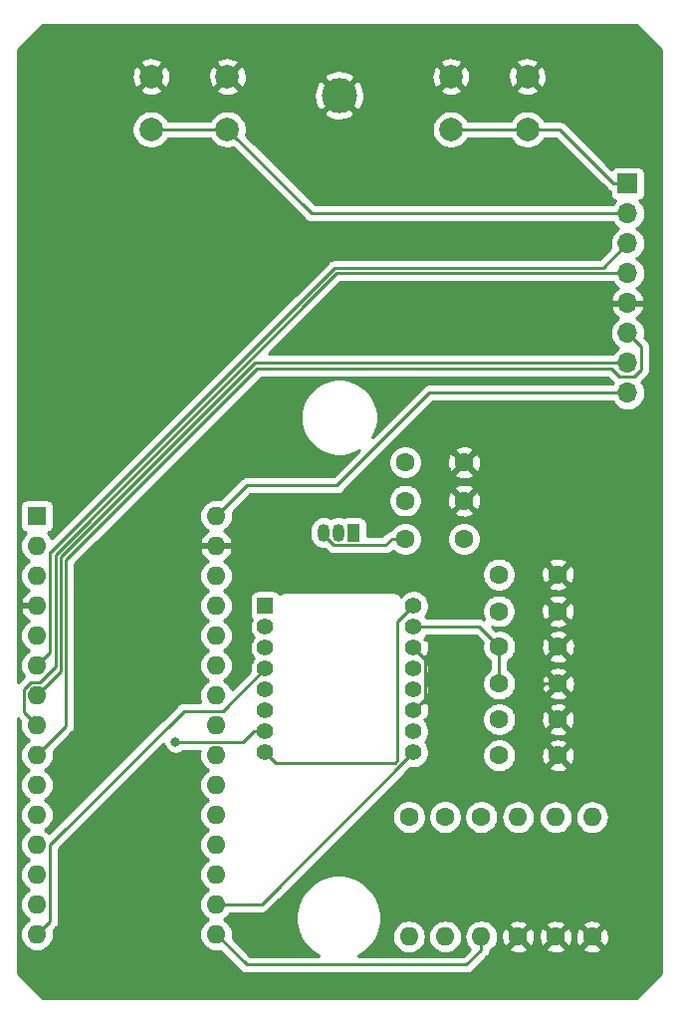
<source format=gbr>
G04 #@! TF.GenerationSoftware,KiCad,Pcbnew,(5.1.0-0)*
G04 #@! TF.CreationDate,2020-11-05T15:54:36+00:00*
G04 #@! TF.ProjectId,OpenLaserMouseTHT,4f70656e-4c61-4736-9572-4d6f75736554,rev?*
G04 #@! TF.SameCoordinates,Original*
G04 #@! TF.FileFunction,Copper,L2,Bot*
G04 #@! TF.FilePolarity,Positive*
%FSLAX46Y46*%
G04 Gerber Fmt 4.6, Leading zero omitted, Abs format (unit mm)*
G04 Created by KiCad (PCBNEW (5.1.0-0)) date 2020-11-05 15:54:36*
%MOMM*%
%LPD*%
G04 APERTURE LIST*
%ADD10C,1.600000*%
%ADD11O,1.600000X1.600000*%
%ADD12R,1.600000X1.600000*%
%ADD13R,1.050000X1.500000*%
%ADD14O,1.050000X1.500000*%
%ADD15C,3.000000*%
%ADD16C,2.000000*%
%ADD17O,1.700000X1.700000*%
%ADD18R,1.700000X1.700000*%
%ADD19C,1.400000*%
%ADD20R,1.400000X1.400000*%
%ADD21C,0.800000*%
%ADD22C,0.250000*%
%ADD23C,0.254000*%
G04 APERTURE END LIST*
D10*
X86610200Y-99644200D03*
X81610200Y-99644200D03*
X78613000Y-77800200D03*
X73613000Y-77800200D03*
D11*
X57531000Y-117919500D03*
X42291000Y-117919500D03*
X57531000Y-82359500D03*
X42291000Y-115379500D03*
X57531000Y-84899500D03*
X42291000Y-112839500D03*
X57531000Y-87439500D03*
X42291000Y-110299500D03*
X57531000Y-89979500D03*
X42291000Y-107759500D03*
X57531000Y-92519500D03*
X42291000Y-105219500D03*
X57531000Y-95059500D03*
X42291000Y-102679500D03*
X57531000Y-97599500D03*
X42291000Y-100139500D03*
X57531000Y-100139500D03*
X42291000Y-97599500D03*
X57531000Y-102679500D03*
X42291000Y-95059500D03*
X57531000Y-105219500D03*
X42291000Y-92519500D03*
X57531000Y-107759500D03*
X42291000Y-89979500D03*
X57531000Y-110299500D03*
X42291000Y-87439500D03*
X57531000Y-112839500D03*
X42291000Y-84899500D03*
X57531000Y-115379500D03*
D12*
X42291000Y-82359500D03*
D13*
X69215000Y-83769200D03*
D14*
X66675000Y-83769200D03*
X67945000Y-83769200D03*
D11*
X83210400Y-107962700D03*
D10*
X83210400Y-118122700D03*
D11*
X80086200Y-118110000D03*
D10*
X80086200Y-107950000D03*
D11*
X86410800Y-107962700D03*
D10*
X86410800Y-118122700D03*
D11*
X77012800Y-118110000D03*
D10*
X77012800Y-107950000D03*
D11*
X89509600Y-107962700D03*
D10*
X89509600Y-118122700D03*
D11*
X73939400Y-118110000D03*
D10*
X73939400Y-107950000D03*
X73613000Y-81051400D03*
X78613000Y-81051400D03*
X78609200Y-84302600D03*
X73609200Y-84302600D03*
X86610200Y-102717600D03*
X81610200Y-102717600D03*
X81614000Y-96621600D03*
X86614000Y-96621600D03*
X81614000Y-93472000D03*
X86614000Y-93472000D03*
X86584800Y-90449400D03*
X81584800Y-90449400D03*
X86584800Y-87325200D03*
X81584800Y-87325200D03*
D15*
X68000000Y-46609000D03*
D16*
X84000000Y-45000000D03*
X84000000Y-49500000D03*
X77500000Y-45000000D03*
X77500000Y-49500000D03*
X58500000Y-45000000D03*
X58500000Y-49500000D03*
X52000000Y-45000000D03*
X52000000Y-49500000D03*
D17*
X92519500Y-71882000D03*
X92519500Y-69342000D03*
X92519500Y-66802000D03*
X92519500Y-64262000D03*
X92519500Y-61722000D03*
X92519500Y-59182000D03*
X92519500Y-56642000D03*
D18*
X92519500Y-54102000D03*
D19*
X74322000Y-90000000D03*
X74322000Y-91780000D03*
X74322000Y-93560000D03*
X74322000Y-95340000D03*
X74322000Y-97120000D03*
X74322000Y-98900000D03*
X74322000Y-100680000D03*
X74322000Y-102460000D03*
X61722000Y-102460000D03*
X61722000Y-100680000D03*
X61722000Y-98900000D03*
X61722000Y-97120000D03*
X61722000Y-95340000D03*
X61722000Y-93560000D03*
X61722000Y-91780000D03*
D20*
X61722000Y-90000000D03*
D21*
X54096701Y-101554499D03*
D22*
X60732051Y-100680000D02*
X59857552Y-101554499D01*
X59857552Y-101554499D02*
X54096701Y-101554499D01*
X61722000Y-100680000D02*
X60732051Y-100680000D01*
X54096701Y-101554499D02*
X54096701Y-101554499D01*
X61722000Y-95340000D02*
X58130500Y-98931500D01*
X58130500Y-98931500D02*
X54784300Y-98931500D01*
X43416001Y-116794499D02*
X42291000Y-117919500D01*
X43416001Y-110299799D02*
X43416001Y-116794499D01*
X54784300Y-98931500D02*
X43416001Y-110299799D01*
X91853001Y-70517001D02*
X91128010Y-69792010D01*
X93083501Y-70517001D02*
X91853001Y-70517001D01*
X93694501Y-69906001D02*
X93083501Y-70517001D01*
X93694501Y-67977001D02*
X93694501Y-69906001D01*
X92519500Y-66802000D02*
X93694501Y-67977001D01*
X91128010Y-69792010D02*
X61020810Y-69792010D01*
X61020810Y-69852690D02*
X44766031Y-86107469D01*
X61020810Y-69792010D02*
X61020810Y-69852690D01*
X44766031Y-100204469D02*
X42291000Y-102679500D01*
X44766031Y-86107469D02*
X44766031Y-100204469D01*
X42291500Y-100140000D02*
X42291000Y-100139500D01*
X42291500Y-100140000D02*
X42291000Y-100140000D01*
X92519500Y-61722000D02*
X67818000Y-61722000D01*
X41165999Y-97059499D02*
X41165999Y-99014499D01*
X41750999Y-96474499D02*
X41165999Y-97059499D01*
X41165999Y-99014499D02*
X42291000Y-100139500D01*
X42541003Y-96474499D02*
X41750999Y-96474499D01*
X43866011Y-95149491D02*
X42541003Y-96474499D01*
X43866011Y-85673989D02*
X43866011Y-95149491D01*
X67818000Y-61722000D02*
X43866011Y-85673989D01*
X92519500Y-69342000D02*
X60834410Y-69342000D01*
X44316021Y-95574479D02*
X42291000Y-97599500D01*
X44316021Y-85860389D02*
X44316021Y-95574479D01*
X60834410Y-69342000D02*
X44316021Y-85860389D01*
X43416001Y-93934499D02*
X42291000Y-95059500D01*
X43416001Y-85439501D02*
X43416001Y-93934499D01*
X92519500Y-59182000D02*
X90429510Y-61271990D01*
X90429510Y-61271990D02*
X67647390Y-61271990D01*
X67631600Y-61271990D02*
X67647390Y-61271990D01*
X43464089Y-85439501D02*
X67631600Y-61271990D01*
X43416001Y-85439501D02*
X43464089Y-85439501D01*
X92519500Y-56642000D02*
X65642000Y-56642000D01*
X65642000Y-56642000D02*
X58500000Y-49500000D01*
X58500000Y-49500000D02*
X52000000Y-49500000D01*
X92519500Y-54102000D02*
X91344200Y-54102000D01*
X91344200Y-54102000D02*
X86742200Y-49500000D01*
X86742200Y-49500000D02*
X84000000Y-49500000D01*
X77500000Y-49500000D02*
X84000000Y-49500000D01*
X92519500Y-71882000D02*
X75692000Y-71882000D01*
X58330999Y-81559501D02*
X57531000Y-82359500D01*
X60134711Y-79755789D02*
X58330999Y-81559501D01*
X67818211Y-79755789D02*
X60134711Y-79755789D01*
X75692000Y-71882000D02*
X67818211Y-79755789D01*
X75347001Y-97874999D02*
X75021999Y-98200001D01*
X75347001Y-94585001D02*
X75347001Y-97874999D01*
X74322000Y-93560000D02*
X75347001Y-94585001D01*
X75021999Y-98200001D02*
X74322000Y-98900000D01*
X83904229Y-98200001D02*
X75021999Y-98200001D01*
X85482630Y-96621600D02*
X83904229Y-98200001D01*
X86614000Y-96621600D02*
X85482630Y-96621600D01*
X80086200Y-119241370D02*
X78824890Y-120502680D01*
X80086200Y-118110000D02*
X80086200Y-119241370D01*
X60114180Y-120502680D02*
X57531000Y-117919500D01*
X78824890Y-120502680D02*
X60114180Y-120502680D01*
X74322000Y-102460000D02*
X61402500Y-115379500D01*
X61402500Y-115379500D02*
X57531000Y-115379500D01*
X81614000Y-94603370D02*
X81614000Y-96621600D01*
X81614000Y-93472000D02*
X81614000Y-94603370D01*
X79922000Y-91780000D02*
X81614000Y-93472000D01*
X74322000Y-91780000D02*
X79922000Y-91780000D01*
X61722000Y-102460000D02*
X62580000Y-103318000D01*
X62580000Y-103318000D02*
X72747900Y-103318000D01*
X72747900Y-103318000D02*
X72962700Y-103103000D01*
X72962700Y-103103000D02*
X72962700Y-91359300D01*
X72962700Y-91359300D02*
X74322000Y-90000000D01*
X66675000Y-83994200D02*
X66675000Y-83769200D01*
X67525010Y-84844210D02*
X66675000Y-83994200D01*
X72477830Y-84302600D02*
X71936220Y-84844210D01*
X71936220Y-84844210D02*
X67525010Y-84844210D01*
X73609200Y-84302600D02*
X72477830Y-84302600D01*
D23*
G36*
X95340000Y-42773381D02*
G01*
X95340001Y-121226618D01*
X93226620Y-123340000D01*
X42773381Y-123340000D01*
X40660000Y-121226620D01*
X40660000Y-99583301D01*
X40890292Y-99813594D01*
X40876764Y-99858191D01*
X40849057Y-100139500D01*
X40876764Y-100420809D01*
X40958818Y-100691308D01*
X41092068Y-100940601D01*
X41271392Y-101159108D01*
X41489899Y-101338432D01*
X41622858Y-101409500D01*
X41489899Y-101480568D01*
X41271392Y-101659892D01*
X41092068Y-101878399D01*
X40958818Y-102127692D01*
X40876764Y-102398191D01*
X40849057Y-102679500D01*
X40876764Y-102960809D01*
X40958818Y-103231308D01*
X41092068Y-103480601D01*
X41271392Y-103699108D01*
X41489899Y-103878432D01*
X41622858Y-103949500D01*
X41489899Y-104020568D01*
X41271392Y-104199892D01*
X41092068Y-104418399D01*
X40958818Y-104667692D01*
X40876764Y-104938191D01*
X40849057Y-105219500D01*
X40876764Y-105500809D01*
X40958818Y-105771308D01*
X41092068Y-106020601D01*
X41271392Y-106239108D01*
X41489899Y-106418432D01*
X41622858Y-106489500D01*
X41489899Y-106560568D01*
X41271392Y-106739892D01*
X41092068Y-106958399D01*
X40958818Y-107207692D01*
X40876764Y-107478191D01*
X40849057Y-107759500D01*
X40876764Y-108040809D01*
X40958818Y-108311308D01*
X41092068Y-108560601D01*
X41271392Y-108779108D01*
X41489899Y-108958432D01*
X41622858Y-109029500D01*
X41489899Y-109100568D01*
X41271392Y-109279892D01*
X41092068Y-109498399D01*
X40958818Y-109747692D01*
X40876764Y-110018191D01*
X40849057Y-110299500D01*
X40876764Y-110580809D01*
X40958818Y-110851308D01*
X41092068Y-111100601D01*
X41271392Y-111319108D01*
X41489899Y-111498432D01*
X41622858Y-111569500D01*
X41489899Y-111640568D01*
X41271392Y-111819892D01*
X41092068Y-112038399D01*
X40958818Y-112287692D01*
X40876764Y-112558191D01*
X40849057Y-112839500D01*
X40876764Y-113120809D01*
X40958818Y-113391308D01*
X41092068Y-113640601D01*
X41271392Y-113859108D01*
X41489899Y-114038432D01*
X41622858Y-114109500D01*
X41489899Y-114180568D01*
X41271392Y-114359892D01*
X41092068Y-114578399D01*
X40958818Y-114827692D01*
X40876764Y-115098191D01*
X40849057Y-115379500D01*
X40876764Y-115660809D01*
X40958818Y-115931308D01*
X41092068Y-116180601D01*
X41271392Y-116399108D01*
X41489899Y-116578432D01*
X41622858Y-116649500D01*
X41489899Y-116720568D01*
X41271392Y-116899892D01*
X41092068Y-117118399D01*
X40958818Y-117367692D01*
X40876764Y-117638191D01*
X40849057Y-117919500D01*
X40876764Y-118200809D01*
X40958818Y-118471308D01*
X41092068Y-118720601D01*
X41271392Y-118939108D01*
X41489899Y-119118432D01*
X41739192Y-119251682D01*
X42009691Y-119333736D01*
X42220508Y-119354500D01*
X42361492Y-119354500D01*
X42572309Y-119333736D01*
X42842808Y-119251682D01*
X43092101Y-119118432D01*
X43310608Y-118939108D01*
X43489932Y-118720601D01*
X43623182Y-118471308D01*
X43705236Y-118200809D01*
X43732943Y-117919500D01*
X43705236Y-117638191D01*
X43691708Y-117593594D01*
X43927004Y-117358298D01*
X43956002Y-117334500D01*
X44050975Y-117218775D01*
X44121547Y-117086746D01*
X44165004Y-116943485D01*
X44176001Y-116831832D01*
X44176001Y-116831824D01*
X44179677Y-116794499D01*
X44176001Y-116757174D01*
X44176001Y-110614600D01*
X53073723Y-101716879D01*
X53101475Y-101856397D01*
X53179496Y-102044755D01*
X53292764Y-102214273D01*
X53436927Y-102358436D01*
X53606445Y-102471704D01*
X53794803Y-102549725D01*
X53994762Y-102589499D01*
X54198640Y-102589499D01*
X54398599Y-102549725D01*
X54586957Y-102471704D01*
X54756475Y-102358436D01*
X54800412Y-102314499D01*
X56142151Y-102314499D01*
X56116764Y-102398191D01*
X56089057Y-102679500D01*
X56116764Y-102960809D01*
X56198818Y-103231308D01*
X56332068Y-103480601D01*
X56511392Y-103699108D01*
X56729899Y-103878432D01*
X56862858Y-103949500D01*
X56729899Y-104020568D01*
X56511392Y-104199892D01*
X56332068Y-104418399D01*
X56198818Y-104667692D01*
X56116764Y-104938191D01*
X56089057Y-105219500D01*
X56116764Y-105500809D01*
X56198818Y-105771308D01*
X56332068Y-106020601D01*
X56511392Y-106239108D01*
X56729899Y-106418432D01*
X56862858Y-106489500D01*
X56729899Y-106560568D01*
X56511392Y-106739892D01*
X56332068Y-106958399D01*
X56198818Y-107207692D01*
X56116764Y-107478191D01*
X56089057Y-107759500D01*
X56116764Y-108040809D01*
X56198818Y-108311308D01*
X56332068Y-108560601D01*
X56511392Y-108779108D01*
X56729899Y-108958432D01*
X56862858Y-109029500D01*
X56729899Y-109100568D01*
X56511392Y-109279892D01*
X56332068Y-109498399D01*
X56198818Y-109747692D01*
X56116764Y-110018191D01*
X56089057Y-110299500D01*
X56116764Y-110580809D01*
X56198818Y-110851308D01*
X56332068Y-111100601D01*
X56511392Y-111319108D01*
X56729899Y-111498432D01*
X56862858Y-111569500D01*
X56729899Y-111640568D01*
X56511392Y-111819892D01*
X56332068Y-112038399D01*
X56198818Y-112287692D01*
X56116764Y-112558191D01*
X56089057Y-112839500D01*
X56116764Y-113120809D01*
X56198818Y-113391308D01*
X56332068Y-113640601D01*
X56511392Y-113859108D01*
X56729899Y-114038432D01*
X56862858Y-114109500D01*
X56729899Y-114180568D01*
X56511392Y-114359892D01*
X56332068Y-114578399D01*
X56198818Y-114827692D01*
X56116764Y-115098191D01*
X56089057Y-115379500D01*
X56116764Y-115660809D01*
X56198818Y-115931308D01*
X56332068Y-116180601D01*
X56511392Y-116399108D01*
X56729899Y-116578432D01*
X56862858Y-116649500D01*
X56729899Y-116720568D01*
X56511392Y-116899892D01*
X56332068Y-117118399D01*
X56198818Y-117367692D01*
X56116764Y-117638191D01*
X56089057Y-117919500D01*
X56116764Y-118200809D01*
X56198818Y-118471308D01*
X56332068Y-118720601D01*
X56511392Y-118939108D01*
X56729899Y-119118432D01*
X56979192Y-119251682D01*
X57249691Y-119333736D01*
X57460508Y-119354500D01*
X57601492Y-119354500D01*
X57812309Y-119333736D01*
X57856906Y-119320208D01*
X59550381Y-121013683D01*
X59574179Y-121042681D01*
X59689904Y-121137654D01*
X59821933Y-121208226D01*
X59965194Y-121251683D01*
X60076847Y-121262680D01*
X60076856Y-121262680D01*
X60114179Y-121266356D01*
X60151502Y-121262680D01*
X78787568Y-121262680D01*
X78824890Y-121266356D01*
X78862212Y-121262680D01*
X78862223Y-121262680D01*
X78973876Y-121251683D01*
X79117137Y-121208226D01*
X79249166Y-121137654D01*
X79364891Y-121042681D01*
X79388694Y-121013677D01*
X80597203Y-119805169D01*
X80626201Y-119781371D01*
X80721174Y-119665646D01*
X80791746Y-119533617D01*
X80835203Y-119390356D01*
X80840773Y-119333802D01*
X80887301Y-119308932D01*
X81105808Y-119129608D01*
X81117466Y-119115402D01*
X82397303Y-119115402D01*
X82468886Y-119359371D01*
X82724396Y-119480271D01*
X82998584Y-119549000D01*
X83280912Y-119562917D01*
X83560530Y-119521487D01*
X83826692Y-119426303D01*
X83951914Y-119359371D01*
X84023497Y-119115402D01*
X85597703Y-119115402D01*
X85669286Y-119359371D01*
X85924796Y-119480271D01*
X86198984Y-119549000D01*
X86481312Y-119562917D01*
X86760930Y-119521487D01*
X87027092Y-119426303D01*
X87152314Y-119359371D01*
X87223897Y-119115402D01*
X88696503Y-119115402D01*
X88768086Y-119359371D01*
X89023596Y-119480271D01*
X89297784Y-119549000D01*
X89580112Y-119562917D01*
X89859730Y-119521487D01*
X90125892Y-119426303D01*
X90251114Y-119359371D01*
X90322697Y-119115402D01*
X89509600Y-118302305D01*
X88696503Y-119115402D01*
X87223897Y-119115402D01*
X86410800Y-118302305D01*
X85597703Y-119115402D01*
X84023497Y-119115402D01*
X83210400Y-118302305D01*
X82397303Y-119115402D01*
X81117466Y-119115402D01*
X81285132Y-118911101D01*
X81418382Y-118661808D01*
X81500436Y-118391309D01*
X81519947Y-118193212D01*
X81770183Y-118193212D01*
X81811613Y-118472830D01*
X81906797Y-118738992D01*
X81973729Y-118864214D01*
X82217698Y-118935797D01*
X83030795Y-118122700D01*
X83390005Y-118122700D01*
X84203102Y-118935797D01*
X84447071Y-118864214D01*
X84567971Y-118608704D01*
X84636700Y-118334516D01*
X84643665Y-118193212D01*
X84970583Y-118193212D01*
X85012013Y-118472830D01*
X85107197Y-118738992D01*
X85174129Y-118864214D01*
X85418098Y-118935797D01*
X86231195Y-118122700D01*
X86590405Y-118122700D01*
X87403502Y-118935797D01*
X87647471Y-118864214D01*
X87768371Y-118608704D01*
X87837100Y-118334516D01*
X87844065Y-118193212D01*
X88069383Y-118193212D01*
X88110813Y-118472830D01*
X88205997Y-118738992D01*
X88272929Y-118864214D01*
X88516898Y-118935797D01*
X89329995Y-118122700D01*
X89689205Y-118122700D01*
X90502302Y-118935797D01*
X90746271Y-118864214D01*
X90867171Y-118608704D01*
X90935900Y-118334516D01*
X90949817Y-118052188D01*
X90908387Y-117772570D01*
X90813203Y-117506408D01*
X90746271Y-117381186D01*
X90502302Y-117309603D01*
X89689205Y-118122700D01*
X89329995Y-118122700D01*
X88516898Y-117309603D01*
X88272929Y-117381186D01*
X88152029Y-117636696D01*
X88083300Y-117910884D01*
X88069383Y-118193212D01*
X87844065Y-118193212D01*
X87851017Y-118052188D01*
X87809587Y-117772570D01*
X87714403Y-117506408D01*
X87647471Y-117381186D01*
X87403502Y-117309603D01*
X86590405Y-118122700D01*
X86231195Y-118122700D01*
X85418098Y-117309603D01*
X85174129Y-117381186D01*
X85053229Y-117636696D01*
X84984500Y-117910884D01*
X84970583Y-118193212D01*
X84643665Y-118193212D01*
X84650617Y-118052188D01*
X84609187Y-117772570D01*
X84514003Y-117506408D01*
X84447071Y-117381186D01*
X84203102Y-117309603D01*
X83390005Y-118122700D01*
X83030795Y-118122700D01*
X82217698Y-117309603D01*
X81973729Y-117381186D01*
X81852829Y-117636696D01*
X81784100Y-117910884D01*
X81770183Y-118193212D01*
X81519947Y-118193212D01*
X81528143Y-118110000D01*
X81500436Y-117828691D01*
X81418382Y-117558192D01*
X81285132Y-117308899D01*
X81138312Y-117129998D01*
X82397303Y-117129998D01*
X83210400Y-117943095D01*
X84023497Y-117129998D01*
X85597703Y-117129998D01*
X86410800Y-117943095D01*
X87223897Y-117129998D01*
X88696503Y-117129998D01*
X89509600Y-117943095D01*
X90322697Y-117129998D01*
X90251114Y-116886029D01*
X89995604Y-116765129D01*
X89721416Y-116696400D01*
X89439088Y-116682483D01*
X89159470Y-116723913D01*
X88893308Y-116819097D01*
X88768086Y-116886029D01*
X88696503Y-117129998D01*
X87223897Y-117129998D01*
X87152314Y-116886029D01*
X86896804Y-116765129D01*
X86622616Y-116696400D01*
X86340288Y-116682483D01*
X86060670Y-116723913D01*
X85794508Y-116819097D01*
X85669286Y-116886029D01*
X85597703Y-117129998D01*
X84023497Y-117129998D01*
X83951914Y-116886029D01*
X83696404Y-116765129D01*
X83422216Y-116696400D01*
X83139888Y-116682483D01*
X82860270Y-116723913D01*
X82594108Y-116819097D01*
X82468886Y-116886029D01*
X82397303Y-117129998D01*
X81138312Y-117129998D01*
X81105808Y-117090392D01*
X80887301Y-116911068D01*
X80638008Y-116777818D01*
X80367509Y-116695764D01*
X80156692Y-116675000D01*
X80015708Y-116675000D01*
X79804891Y-116695764D01*
X79534392Y-116777818D01*
X79285099Y-116911068D01*
X79066592Y-117090392D01*
X78887268Y-117308899D01*
X78754018Y-117558192D01*
X78671964Y-117828691D01*
X78644257Y-118110000D01*
X78671964Y-118391309D01*
X78754018Y-118661808D01*
X78887268Y-118911101D01*
X79066592Y-119129608D01*
X79097662Y-119155106D01*
X78510089Y-119742680D01*
X69615190Y-119742680D01*
X69666818Y-119721295D01*
X70262177Y-119323489D01*
X70768489Y-118817177D01*
X71166295Y-118221818D01*
X71212611Y-118110000D01*
X72497457Y-118110000D01*
X72525164Y-118391309D01*
X72607218Y-118661808D01*
X72740468Y-118911101D01*
X72919792Y-119129608D01*
X73138299Y-119308932D01*
X73387592Y-119442182D01*
X73658091Y-119524236D01*
X73868908Y-119545000D01*
X74009892Y-119545000D01*
X74220709Y-119524236D01*
X74491208Y-119442182D01*
X74740501Y-119308932D01*
X74959008Y-119129608D01*
X75138332Y-118911101D01*
X75271582Y-118661808D01*
X75353636Y-118391309D01*
X75381343Y-118110000D01*
X75570857Y-118110000D01*
X75598564Y-118391309D01*
X75680618Y-118661808D01*
X75813868Y-118911101D01*
X75993192Y-119129608D01*
X76211699Y-119308932D01*
X76460992Y-119442182D01*
X76731491Y-119524236D01*
X76942308Y-119545000D01*
X77083292Y-119545000D01*
X77294109Y-119524236D01*
X77564608Y-119442182D01*
X77813901Y-119308932D01*
X78032408Y-119129608D01*
X78211732Y-118911101D01*
X78344982Y-118661808D01*
X78427036Y-118391309D01*
X78454743Y-118110000D01*
X78427036Y-117828691D01*
X78344982Y-117558192D01*
X78211732Y-117308899D01*
X78032408Y-117090392D01*
X77813901Y-116911068D01*
X77564608Y-116777818D01*
X77294109Y-116695764D01*
X77083292Y-116675000D01*
X76942308Y-116675000D01*
X76731491Y-116695764D01*
X76460992Y-116777818D01*
X76211699Y-116911068D01*
X75993192Y-117090392D01*
X75813868Y-117308899D01*
X75680618Y-117558192D01*
X75598564Y-117828691D01*
X75570857Y-118110000D01*
X75381343Y-118110000D01*
X75353636Y-117828691D01*
X75271582Y-117558192D01*
X75138332Y-117308899D01*
X74959008Y-117090392D01*
X74740501Y-116911068D01*
X74491208Y-116777818D01*
X74220709Y-116695764D01*
X74009892Y-116675000D01*
X73868908Y-116675000D01*
X73658091Y-116695764D01*
X73387592Y-116777818D01*
X73138299Y-116911068D01*
X72919792Y-117090392D01*
X72740468Y-117308899D01*
X72607218Y-117558192D01*
X72525164Y-117828691D01*
X72497457Y-118110000D01*
X71212611Y-118110000D01*
X71440309Y-117560290D01*
X71580000Y-116858016D01*
X71580000Y-116141984D01*
X71440309Y-115439710D01*
X71166295Y-114778182D01*
X70768489Y-114182823D01*
X70262177Y-113676511D01*
X69666818Y-113278705D01*
X69005290Y-113004691D01*
X68303016Y-112865000D01*
X67586984Y-112865000D01*
X66884710Y-113004691D01*
X66223182Y-113278705D01*
X65627823Y-113676511D01*
X65121511Y-114182823D01*
X64723705Y-114778182D01*
X64449691Y-115439710D01*
X64310000Y-116141984D01*
X64310000Y-116858016D01*
X64449691Y-117560290D01*
X64723705Y-118221818D01*
X65121511Y-118817177D01*
X65627823Y-119323489D01*
X66223182Y-119721295D01*
X66274810Y-119742680D01*
X60428982Y-119742680D01*
X58931708Y-118245406D01*
X58945236Y-118200809D01*
X58972943Y-117919500D01*
X58945236Y-117638191D01*
X58863182Y-117367692D01*
X58729932Y-117118399D01*
X58550608Y-116899892D01*
X58332101Y-116720568D01*
X58199142Y-116649500D01*
X58332101Y-116578432D01*
X58550608Y-116399108D01*
X58729932Y-116180601D01*
X58751901Y-116139500D01*
X61365178Y-116139500D01*
X61402500Y-116143176D01*
X61439822Y-116139500D01*
X61439833Y-116139500D01*
X61551486Y-116128503D01*
X61694747Y-116085046D01*
X61826776Y-116014474D01*
X61942501Y-115919501D01*
X61966304Y-115890497D01*
X70048136Y-107808665D01*
X72504400Y-107808665D01*
X72504400Y-108091335D01*
X72559547Y-108368574D01*
X72667720Y-108629727D01*
X72824763Y-108864759D01*
X73024641Y-109064637D01*
X73259673Y-109221680D01*
X73520826Y-109329853D01*
X73798065Y-109385000D01*
X74080735Y-109385000D01*
X74357974Y-109329853D01*
X74619127Y-109221680D01*
X74854159Y-109064637D01*
X75054037Y-108864759D01*
X75211080Y-108629727D01*
X75319253Y-108368574D01*
X75374400Y-108091335D01*
X75374400Y-107808665D01*
X75577800Y-107808665D01*
X75577800Y-108091335D01*
X75632947Y-108368574D01*
X75741120Y-108629727D01*
X75898163Y-108864759D01*
X76098041Y-109064637D01*
X76333073Y-109221680D01*
X76594226Y-109329853D01*
X76871465Y-109385000D01*
X77154135Y-109385000D01*
X77431374Y-109329853D01*
X77692527Y-109221680D01*
X77927559Y-109064637D01*
X78127437Y-108864759D01*
X78284480Y-108629727D01*
X78392653Y-108368574D01*
X78447800Y-108091335D01*
X78447800Y-107808665D01*
X78651200Y-107808665D01*
X78651200Y-108091335D01*
X78706347Y-108368574D01*
X78814520Y-108629727D01*
X78971563Y-108864759D01*
X79171441Y-109064637D01*
X79406473Y-109221680D01*
X79667626Y-109329853D01*
X79944865Y-109385000D01*
X80227535Y-109385000D01*
X80504774Y-109329853D01*
X80765927Y-109221680D01*
X81000959Y-109064637D01*
X81200837Y-108864759D01*
X81357880Y-108629727D01*
X81466053Y-108368574D01*
X81521200Y-108091335D01*
X81521200Y-107962700D01*
X81768457Y-107962700D01*
X81796164Y-108244009D01*
X81878218Y-108514508D01*
X82011468Y-108763801D01*
X82190792Y-108982308D01*
X82409299Y-109161632D01*
X82658592Y-109294882D01*
X82929091Y-109376936D01*
X83139908Y-109397700D01*
X83280892Y-109397700D01*
X83491709Y-109376936D01*
X83762208Y-109294882D01*
X84011501Y-109161632D01*
X84230008Y-108982308D01*
X84409332Y-108763801D01*
X84542582Y-108514508D01*
X84624636Y-108244009D01*
X84652343Y-107962700D01*
X84968857Y-107962700D01*
X84996564Y-108244009D01*
X85078618Y-108514508D01*
X85211868Y-108763801D01*
X85391192Y-108982308D01*
X85609699Y-109161632D01*
X85858992Y-109294882D01*
X86129491Y-109376936D01*
X86340308Y-109397700D01*
X86481292Y-109397700D01*
X86692109Y-109376936D01*
X86962608Y-109294882D01*
X87211901Y-109161632D01*
X87430408Y-108982308D01*
X87609732Y-108763801D01*
X87742982Y-108514508D01*
X87825036Y-108244009D01*
X87852743Y-107962700D01*
X88067657Y-107962700D01*
X88095364Y-108244009D01*
X88177418Y-108514508D01*
X88310668Y-108763801D01*
X88489992Y-108982308D01*
X88708499Y-109161632D01*
X88957792Y-109294882D01*
X89228291Y-109376936D01*
X89439108Y-109397700D01*
X89580092Y-109397700D01*
X89790909Y-109376936D01*
X90061408Y-109294882D01*
X90310701Y-109161632D01*
X90529208Y-108982308D01*
X90708532Y-108763801D01*
X90841782Y-108514508D01*
X90923836Y-108244009D01*
X90951543Y-107962700D01*
X90923836Y-107681391D01*
X90841782Y-107410892D01*
X90708532Y-107161599D01*
X90529208Y-106943092D01*
X90310701Y-106763768D01*
X90061408Y-106630518D01*
X89790909Y-106548464D01*
X89580092Y-106527700D01*
X89439108Y-106527700D01*
X89228291Y-106548464D01*
X88957792Y-106630518D01*
X88708499Y-106763768D01*
X88489992Y-106943092D01*
X88310668Y-107161599D01*
X88177418Y-107410892D01*
X88095364Y-107681391D01*
X88067657Y-107962700D01*
X87852743Y-107962700D01*
X87825036Y-107681391D01*
X87742982Y-107410892D01*
X87609732Y-107161599D01*
X87430408Y-106943092D01*
X87211901Y-106763768D01*
X86962608Y-106630518D01*
X86692109Y-106548464D01*
X86481292Y-106527700D01*
X86340308Y-106527700D01*
X86129491Y-106548464D01*
X85858992Y-106630518D01*
X85609699Y-106763768D01*
X85391192Y-106943092D01*
X85211868Y-107161599D01*
X85078618Y-107410892D01*
X84996564Y-107681391D01*
X84968857Y-107962700D01*
X84652343Y-107962700D01*
X84624636Y-107681391D01*
X84542582Y-107410892D01*
X84409332Y-107161599D01*
X84230008Y-106943092D01*
X84011501Y-106763768D01*
X83762208Y-106630518D01*
X83491709Y-106548464D01*
X83280892Y-106527700D01*
X83139908Y-106527700D01*
X82929091Y-106548464D01*
X82658592Y-106630518D01*
X82409299Y-106763768D01*
X82190792Y-106943092D01*
X82011468Y-107161599D01*
X81878218Y-107410892D01*
X81796164Y-107681391D01*
X81768457Y-107962700D01*
X81521200Y-107962700D01*
X81521200Y-107808665D01*
X81466053Y-107531426D01*
X81357880Y-107270273D01*
X81200837Y-107035241D01*
X81000959Y-106835363D01*
X80765927Y-106678320D01*
X80504774Y-106570147D01*
X80227535Y-106515000D01*
X79944865Y-106515000D01*
X79667626Y-106570147D01*
X79406473Y-106678320D01*
X79171441Y-106835363D01*
X78971563Y-107035241D01*
X78814520Y-107270273D01*
X78706347Y-107531426D01*
X78651200Y-107808665D01*
X78447800Y-107808665D01*
X78392653Y-107531426D01*
X78284480Y-107270273D01*
X78127437Y-107035241D01*
X77927559Y-106835363D01*
X77692527Y-106678320D01*
X77431374Y-106570147D01*
X77154135Y-106515000D01*
X76871465Y-106515000D01*
X76594226Y-106570147D01*
X76333073Y-106678320D01*
X76098041Y-106835363D01*
X75898163Y-107035241D01*
X75741120Y-107270273D01*
X75632947Y-107531426D01*
X75577800Y-107808665D01*
X75374400Y-107808665D01*
X75319253Y-107531426D01*
X75211080Y-107270273D01*
X75054037Y-107035241D01*
X74854159Y-106835363D01*
X74619127Y-106678320D01*
X74357974Y-106570147D01*
X74080735Y-106515000D01*
X73798065Y-106515000D01*
X73520826Y-106570147D01*
X73259673Y-106678320D01*
X73024641Y-106835363D01*
X72824763Y-107035241D01*
X72667720Y-107270273D01*
X72559547Y-107531426D01*
X72504400Y-107808665D01*
X70048136Y-107808665D01*
X74083157Y-103773645D01*
X74190514Y-103795000D01*
X74453486Y-103795000D01*
X74711405Y-103743696D01*
X74954359Y-103643061D01*
X75173013Y-103496962D01*
X75358962Y-103311013D01*
X75505061Y-103092359D01*
X75605696Y-102849405D01*
X75657000Y-102591486D01*
X75657000Y-102576265D01*
X80175200Y-102576265D01*
X80175200Y-102858935D01*
X80230347Y-103136174D01*
X80338520Y-103397327D01*
X80495563Y-103632359D01*
X80695441Y-103832237D01*
X80930473Y-103989280D01*
X81191626Y-104097453D01*
X81468865Y-104152600D01*
X81751535Y-104152600D01*
X82028774Y-104097453D01*
X82289927Y-103989280D01*
X82524959Y-103832237D01*
X82646894Y-103710302D01*
X85797103Y-103710302D01*
X85868686Y-103954271D01*
X86124196Y-104075171D01*
X86398384Y-104143900D01*
X86680712Y-104157817D01*
X86960330Y-104116387D01*
X87226492Y-104021203D01*
X87351714Y-103954271D01*
X87423297Y-103710302D01*
X86610200Y-102897205D01*
X85797103Y-103710302D01*
X82646894Y-103710302D01*
X82724837Y-103632359D01*
X82881880Y-103397327D01*
X82990053Y-103136174D01*
X83045200Y-102858935D01*
X83045200Y-102788112D01*
X85169983Y-102788112D01*
X85211413Y-103067730D01*
X85306597Y-103333892D01*
X85373529Y-103459114D01*
X85617498Y-103530697D01*
X86430595Y-102717600D01*
X86789805Y-102717600D01*
X87602902Y-103530697D01*
X87846871Y-103459114D01*
X87967771Y-103203604D01*
X88036500Y-102929416D01*
X88050417Y-102647088D01*
X88008987Y-102367470D01*
X87913803Y-102101308D01*
X87846871Y-101976086D01*
X87602902Y-101904503D01*
X86789805Y-102717600D01*
X86430595Y-102717600D01*
X85617498Y-101904503D01*
X85373529Y-101976086D01*
X85252629Y-102231596D01*
X85183900Y-102505784D01*
X85169983Y-102788112D01*
X83045200Y-102788112D01*
X83045200Y-102576265D01*
X82990053Y-102299026D01*
X82881880Y-102037873D01*
X82724837Y-101802841D01*
X82646894Y-101724898D01*
X85797103Y-101724898D01*
X86610200Y-102537995D01*
X87423297Y-101724898D01*
X87351714Y-101480929D01*
X87096204Y-101360029D01*
X86822016Y-101291300D01*
X86539688Y-101277383D01*
X86260070Y-101318813D01*
X85993908Y-101413997D01*
X85868686Y-101480929D01*
X85797103Y-101724898D01*
X82646894Y-101724898D01*
X82524959Y-101602963D01*
X82289927Y-101445920D01*
X82028774Y-101337747D01*
X81751535Y-101282600D01*
X81468865Y-101282600D01*
X81191626Y-101337747D01*
X80930473Y-101445920D01*
X80695441Y-101602963D01*
X80495563Y-101802841D01*
X80338520Y-102037873D01*
X80230347Y-102299026D01*
X80175200Y-102576265D01*
X75657000Y-102576265D01*
X75657000Y-102328514D01*
X75605696Y-102070595D01*
X75505061Y-101827641D01*
X75358962Y-101608987D01*
X75319975Y-101570000D01*
X75358962Y-101531013D01*
X75505061Y-101312359D01*
X75605696Y-101069405D01*
X75657000Y-100811486D01*
X75657000Y-100548514D01*
X75605696Y-100290595D01*
X75505061Y-100047641D01*
X75358962Y-99828987D01*
X75324109Y-99794134D01*
X75359925Y-99758317D01*
X75243271Y-99641663D01*
X75477037Y-99582203D01*
X75513935Y-99502865D01*
X80175200Y-99502865D01*
X80175200Y-99785535D01*
X80230347Y-100062774D01*
X80338520Y-100323927D01*
X80495563Y-100558959D01*
X80695441Y-100758837D01*
X80930473Y-100915880D01*
X81191626Y-101024053D01*
X81468865Y-101079200D01*
X81751535Y-101079200D01*
X82028774Y-101024053D01*
X82289927Y-100915880D01*
X82524959Y-100758837D01*
X82646894Y-100636902D01*
X85797103Y-100636902D01*
X85868686Y-100880871D01*
X86124196Y-101001771D01*
X86398384Y-101070500D01*
X86680712Y-101084417D01*
X86960330Y-101042987D01*
X87226492Y-100947803D01*
X87351714Y-100880871D01*
X87423297Y-100636902D01*
X86610200Y-99823805D01*
X85797103Y-100636902D01*
X82646894Y-100636902D01*
X82724837Y-100558959D01*
X82881880Y-100323927D01*
X82990053Y-100062774D01*
X83045200Y-99785535D01*
X83045200Y-99714712D01*
X85169983Y-99714712D01*
X85211413Y-99994330D01*
X85306597Y-100260492D01*
X85373529Y-100385714D01*
X85617498Y-100457297D01*
X86430595Y-99644200D01*
X86789805Y-99644200D01*
X87602902Y-100457297D01*
X87846871Y-100385714D01*
X87967771Y-100130204D01*
X88036500Y-99856016D01*
X88050417Y-99573688D01*
X88008987Y-99294070D01*
X87913803Y-99027908D01*
X87846871Y-98902686D01*
X87602902Y-98831103D01*
X86789805Y-99644200D01*
X86430595Y-99644200D01*
X85617498Y-98831103D01*
X85373529Y-98902686D01*
X85252629Y-99158196D01*
X85183900Y-99432384D01*
X85169983Y-99714712D01*
X83045200Y-99714712D01*
X83045200Y-99502865D01*
X82990053Y-99225626D01*
X82881880Y-98964473D01*
X82724837Y-98729441D01*
X82646894Y-98651498D01*
X85797103Y-98651498D01*
X86610200Y-99464595D01*
X87423297Y-98651498D01*
X87351714Y-98407529D01*
X87096204Y-98286629D01*
X86822016Y-98217900D01*
X86539688Y-98203983D01*
X86260070Y-98245413D01*
X85993908Y-98340597D01*
X85868686Y-98407529D01*
X85797103Y-98651498D01*
X82646894Y-98651498D01*
X82524959Y-98529563D01*
X82289927Y-98372520D01*
X82028774Y-98264347D01*
X81751535Y-98209200D01*
X81468865Y-98209200D01*
X81191626Y-98264347D01*
X80930473Y-98372520D01*
X80695441Y-98529563D01*
X80495563Y-98729441D01*
X80338520Y-98964473D01*
X80230347Y-99225626D01*
X80175200Y-99502865D01*
X75513935Y-99502865D01*
X75587934Y-99343758D01*
X75650183Y-99088260D01*
X75661390Y-98825527D01*
X75621125Y-98565656D01*
X75530935Y-98318634D01*
X75477037Y-98217797D01*
X75243271Y-98158337D01*
X75359925Y-98041683D01*
X75324109Y-98005867D01*
X75358962Y-97971013D01*
X75505061Y-97752359D01*
X75605696Y-97509405D01*
X75657000Y-97251486D01*
X75657000Y-96988514D01*
X75605696Y-96730595D01*
X75505061Y-96487641D01*
X75358962Y-96268987D01*
X75319975Y-96230000D01*
X75358962Y-96191013D01*
X75505061Y-95972359D01*
X75605696Y-95729405D01*
X75657000Y-95471486D01*
X75657000Y-95208514D01*
X75605696Y-94950595D01*
X75505061Y-94707641D01*
X75358962Y-94488987D01*
X75324109Y-94454134D01*
X75359925Y-94418317D01*
X75243271Y-94301663D01*
X75477037Y-94242203D01*
X75587934Y-94003758D01*
X75650183Y-93748260D01*
X75661390Y-93485527D01*
X75621125Y-93225656D01*
X75530935Y-92978634D01*
X75477037Y-92877797D01*
X75243271Y-92818337D01*
X75359925Y-92701683D01*
X75324109Y-92665867D01*
X75358962Y-92631013D01*
X75419775Y-92540000D01*
X79607199Y-92540000D01*
X80215312Y-93148114D01*
X80179000Y-93330665D01*
X80179000Y-93613335D01*
X80234147Y-93890574D01*
X80342320Y-94151727D01*
X80499363Y-94386759D01*
X80699241Y-94586637D01*
X80854000Y-94690043D01*
X80854000Y-95403556D01*
X80699241Y-95506963D01*
X80499363Y-95706841D01*
X80342320Y-95941873D01*
X80234147Y-96203026D01*
X80179000Y-96480265D01*
X80179000Y-96762935D01*
X80234147Y-97040174D01*
X80342320Y-97301327D01*
X80499363Y-97536359D01*
X80699241Y-97736237D01*
X80934273Y-97893280D01*
X81195426Y-98001453D01*
X81472665Y-98056600D01*
X81755335Y-98056600D01*
X82032574Y-98001453D01*
X82293727Y-97893280D01*
X82528759Y-97736237D01*
X82650694Y-97614302D01*
X85800903Y-97614302D01*
X85872486Y-97858271D01*
X86127996Y-97979171D01*
X86402184Y-98047900D01*
X86684512Y-98061817D01*
X86964130Y-98020387D01*
X87230292Y-97925203D01*
X87355514Y-97858271D01*
X87427097Y-97614302D01*
X86614000Y-96801205D01*
X85800903Y-97614302D01*
X82650694Y-97614302D01*
X82728637Y-97536359D01*
X82885680Y-97301327D01*
X82993853Y-97040174D01*
X83049000Y-96762935D01*
X83049000Y-96692112D01*
X85173783Y-96692112D01*
X85215213Y-96971730D01*
X85310397Y-97237892D01*
X85377329Y-97363114D01*
X85621298Y-97434697D01*
X86434395Y-96621600D01*
X86793605Y-96621600D01*
X87606702Y-97434697D01*
X87850671Y-97363114D01*
X87971571Y-97107604D01*
X88040300Y-96833416D01*
X88054217Y-96551088D01*
X88012787Y-96271470D01*
X87917603Y-96005308D01*
X87850671Y-95880086D01*
X87606702Y-95808503D01*
X86793605Y-96621600D01*
X86434395Y-96621600D01*
X85621298Y-95808503D01*
X85377329Y-95880086D01*
X85256429Y-96135596D01*
X85187700Y-96409784D01*
X85173783Y-96692112D01*
X83049000Y-96692112D01*
X83049000Y-96480265D01*
X82993853Y-96203026D01*
X82885680Y-95941873D01*
X82728637Y-95706841D01*
X82650694Y-95628898D01*
X85800903Y-95628898D01*
X86614000Y-96441995D01*
X87427097Y-95628898D01*
X87355514Y-95384929D01*
X87100004Y-95264029D01*
X86825816Y-95195300D01*
X86543488Y-95181383D01*
X86263870Y-95222813D01*
X85997708Y-95317997D01*
X85872486Y-95384929D01*
X85800903Y-95628898D01*
X82650694Y-95628898D01*
X82528759Y-95506963D01*
X82374000Y-95403557D01*
X82374000Y-94690043D01*
X82528759Y-94586637D01*
X82650694Y-94464702D01*
X85800903Y-94464702D01*
X85872486Y-94708671D01*
X86127996Y-94829571D01*
X86402184Y-94898300D01*
X86684512Y-94912217D01*
X86964130Y-94870787D01*
X87230292Y-94775603D01*
X87355514Y-94708671D01*
X87427097Y-94464702D01*
X86614000Y-93651605D01*
X85800903Y-94464702D01*
X82650694Y-94464702D01*
X82728637Y-94386759D01*
X82885680Y-94151727D01*
X82993853Y-93890574D01*
X83049000Y-93613335D01*
X83049000Y-93542512D01*
X85173783Y-93542512D01*
X85215213Y-93822130D01*
X85310397Y-94088292D01*
X85377329Y-94213514D01*
X85621298Y-94285097D01*
X86434395Y-93472000D01*
X86793605Y-93472000D01*
X87606702Y-94285097D01*
X87850671Y-94213514D01*
X87971571Y-93958004D01*
X88040300Y-93683816D01*
X88054217Y-93401488D01*
X88012787Y-93121870D01*
X87917603Y-92855708D01*
X87850671Y-92730486D01*
X87606702Y-92658903D01*
X86793605Y-93472000D01*
X86434395Y-93472000D01*
X85621298Y-92658903D01*
X85377329Y-92730486D01*
X85256429Y-92985996D01*
X85187700Y-93260184D01*
X85173783Y-93542512D01*
X83049000Y-93542512D01*
X83049000Y-93330665D01*
X82993853Y-93053426D01*
X82885680Y-92792273D01*
X82728637Y-92557241D01*
X82650694Y-92479298D01*
X85800903Y-92479298D01*
X86614000Y-93292395D01*
X87427097Y-92479298D01*
X87355514Y-92235329D01*
X87100004Y-92114429D01*
X86825816Y-92045700D01*
X86543488Y-92031783D01*
X86263870Y-92073213D01*
X85997708Y-92168397D01*
X85872486Y-92235329D01*
X85800903Y-92479298D01*
X82650694Y-92479298D01*
X82528759Y-92357363D01*
X82293727Y-92200320D01*
X82032574Y-92092147D01*
X81755335Y-92037000D01*
X81472665Y-92037000D01*
X81290114Y-92073312D01*
X80961080Y-91744279D01*
X81166226Y-91829253D01*
X81443465Y-91884400D01*
X81726135Y-91884400D01*
X82003374Y-91829253D01*
X82264527Y-91721080D01*
X82499559Y-91564037D01*
X82621494Y-91442102D01*
X85771703Y-91442102D01*
X85843286Y-91686071D01*
X86098796Y-91806971D01*
X86372984Y-91875700D01*
X86655312Y-91889617D01*
X86934930Y-91848187D01*
X87201092Y-91753003D01*
X87326314Y-91686071D01*
X87397897Y-91442102D01*
X86584800Y-90629005D01*
X85771703Y-91442102D01*
X82621494Y-91442102D01*
X82699437Y-91364159D01*
X82856480Y-91129127D01*
X82964653Y-90867974D01*
X83019800Y-90590735D01*
X83019800Y-90519912D01*
X85144583Y-90519912D01*
X85186013Y-90799530D01*
X85281197Y-91065692D01*
X85348129Y-91190914D01*
X85592098Y-91262497D01*
X86405195Y-90449400D01*
X86764405Y-90449400D01*
X87577502Y-91262497D01*
X87821471Y-91190914D01*
X87942371Y-90935404D01*
X88011100Y-90661216D01*
X88025017Y-90378888D01*
X87983587Y-90099270D01*
X87888403Y-89833108D01*
X87821471Y-89707886D01*
X87577502Y-89636303D01*
X86764405Y-90449400D01*
X86405195Y-90449400D01*
X85592098Y-89636303D01*
X85348129Y-89707886D01*
X85227229Y-89963396D01*
X85158500Y-90237584D01*
X85144583Y-90519912D01*
X83019800Y-90519912D01*
X83019800Y-90308065D01*
X82964653Y-90030826D01*
X82856480Y-89769673D01*
X82699437Y-89534641D01*
X82621494Y-89456698D01*
X85771703Y-89456698D01*
X86584800Y-90269795D01*
X87397897Y-89456698D01*
X87326314Y-89212729D01*
X87070804Y-89091829D01*
X86796616Y-89023100D01*
X86514288Y-89009183D01*
X86234670Y-89050613D01*
X85968508Y-89145797D01*
X85843286Y-89212729D01*
X85771703Y-89456698D01*
X82621494Y-89456698D01*
X82499559Y-89334763D01*
X82264527Y-89177720D01*
X82003374Y-89069547D01*
X81726135Y-89014400D01*
X81443465Y-89014400D01*
X81166226Y-89069547D01*
X80905073Y-89177720D01*
X80670041Y-89334763D01*
X80470163Y-89534641D01*
X80313120Y-89769673D01*
X80204947Y-90030826D01*
X80149800Y-90308065D01*
X80149800Y-90590735D01*
X80204947Y-90867974D01*
X80312150Y-91126785D01*
X80214247Y-91074454D01*
X80070986Y-91030997D01*
X79959333Y-91020000D01*
X79959322Y-91020000D01*
X79922000Y-91016324D01*
X79884678Y-91020000D01*
X75419775Y-91020000D01*
X75358962Y-90928987D01*
X75319975Y-90890000D01*
X75358962Y-90851013D01*
X75505061Y-90632359D01*
X75605696Y-90389405D01*
X75657000Y-90131486D01*
X75657000Y-89868514D01*
X75605696Y-89610595D01*
X75505061Y-89367641D01*
X75358962Y-89148987D01*
X75173013Y-88963038D01*
X74954359Y-88816939D01*
X74711405Y-88716304D01*
X74453486Y-88665000D01*
X74190514Y-88665000D01*
X73932595Y-88716304D01*
X73689641Y-88816939D01*
X73470987Y-88963038D01*
X73285038Y-89148987D01*
X73259705Y-89186901D01*
X73215200Y-89103637D01*
X73126475Y-88995525D01*
X73018363Y-88906800D01*
X72895020Y-88840872D01*
X72761184Y-88800273D01*
X72656877Y-88790000D01*
X72622000Y-88786565D01*
X72587123Y-88790000D01*
X63456877Y-88790000D01*
X63422000Y-88786565D01*
X63387123Y-88790000D01*
X63282816Y-88800273D01*
X63148980Y-88840872D01*
X63025637Y-88906800D01*
X62960445Y-88960301D01*
X62952537Y-88945506D01*
X62873185Y-88848815D01*
X62776494Y-88769463D01*
X62666180Y-88710498D01*
X62546482Y-88674188D01*
X62422000Y-88661928D01*
X61022000Y-88661928D01*
X60897518Y-88674188D01*
X60777820Y-88710498D01*
X60667506Y-88769463D01*
X60570815Y-88848815D01*
X60491463Y-88945506D01*
X60432498Y-89055820D01*
X60396188Y-89175518D01*
X60383928Y-89300000D01*
X60383928Y-90700000D01*
X60396188Y-90824482D01*
X60432498Y-90944180D01*
X60491463Y-91054494D01*
X60551939Y-91128185D01*
X60538939Y-91147641D01*
X60438304Y-91390595D01*
X60387000Y-91648514D01*
X60387000Y-91911486D01*
X60438304Y-92169405D01*
X60538939Y-92412359D01*
X60685038Y-92631013D01*
X60724025Y-92670000D01*
X60685038Y-92708987D01*
X60538939Y-92927641D01*
X60438304Y-93170595D01*
X60387000Y-93428514D01*
X60387000Y-93691486D01*
X60438304Y-93949405D01*
X60538939Y-94192359D01*
X60685038Y-94411013D01*
X60724025Y-94450000D01*
X60685038Y-94488987D01*
X60538939Y-94707641D01*
X60438304Y-94950595D01*
X60387000Y-95208514D01*
X60387000Y-95471486D01*
X60408355Y-95578843D01*
X58880946Y-97106253D01*
X58863182Y-97047692D01*
X58729932Y-96798399D01*
X58550608Y-96579892D01*
X58332101Y-96400568D01*
X58199142Y-96329500D01*
X58332101Y-96258432D01*
X58550608Y-96079108D01*
X58729932Y-95860601D01*
X58863182Y-95611308D01*
X58945236Y-95340809D01*
X58972943Y-95059500D01*
X58945236Y-94778191D01*
X58863182Y-94507692D01*
X58729932Y-94258399D01*
X58550608Y-94039892D01*
X58332101Y-93860568D01*
X58199142Y-93789500D01*
X58332101Y-93718432D01*
X58550608Y-93539108D01*
X58729932Y-93320601D01*
X58863182Y-93071308D01*
X58945236Y-92800809D01*
X58972943Y-92519500D01*
X58945236Y-92238191D01*
X58863182Y-91967692D01*
X58729932Y-91718399D01*
X58550608Y-91499892D01*
X58332101Y-91320568D01*
X58199142Y-91249500D01*
X58332101Y-91178432D01*
X58550608Y-90999108D01*
X58729932Y-90780601D01*
X58863182Y-90531308D01*
X58945236Y-90260809D01*
X58972943Y-89979500D01*
X58945236Y-89698191D01*
X58863182Y-89427692D01*
X58729932Y-89178399D01*
X58550608Y-88959892D01*
X58332101Y-88780568D01*
X58199142Y-88709500D01*
X58332101Y-88638432D01*
X58550608Y-88459108D01*
X58729932Y-88240601D01*
X58863182Y-87991308D01*
X58945236Y-87720809D01*
X58972943Y-87439500D01*
X58947765Y-87183865D01*
X80149800Y-87183865D01*
X80149800Y-87466535D01*
X80204947Y-87743774D01*
X80313120Y-88004927D01*
X80470163Y-88239959D01*
X80670041Y-88439837D01*
X80905073Y-88596880D01*
X81166226Y-88705053D01*
X81443465Y-88760200D01*
X81726135Y-88760200D01*
X82003374Y-88705053D01*
X82264527Y-88596880D01*
X82499559Y-88439837D01*
X82621494Y-88317902D01*
X85771703Y-88317902D01*
X85843286Y-88561871D01*
X86098796Y-88682771D01*
X86372984Y-88751500D01*
X86655312Y-88765417D01*
X86934930Y-88723987D01*
X87201092Y-88628803D01*
X87326314Y-88561871D01*
X87397897Y-88317902D01*
X86584800Y-87504805D01*
X85771703Y-88317902D01*
X82621494Y-88317902D01*
X82699437Y-88239959D01*
X82856480Y-88004927D01*
X82964653Y-87743774D01*
X83019800Y-87466535D01*
X83019800Y-87395712D01*
X85144583Y-87395712D01*
X85186013Y-87675330D01*
X85281197Y-87941492D01*
X85348129Y-88066714D01*
X85592098Y-88138297D01*
X86405195Y-87325200D01*
X86764405Y-87325200D01*
X87577502Y-88138297D01*
X87821471Y-88066714D01*
X87942371Y-87811204D01*
X88011100Y-87537016D01*
X88025017Y-87254688D01*
X87983587Y-86975070D01*
X87888403Y-86708908D01*
X87821471Y-86583686D01*
X87577502Y-86512103D01*
X86764405Y-87325200D01*
X86405195Y-87325200D01*
X85592098Y-86512103D01*
X85348129Y-86583686D01*
X85227229Y-86839196D01*
X85158500Y-87113384D01*
X85144583Y-87395712D01*
X83019800Y-87395712D01*
X83019800Y-87183865D01*
X82964653Y-86906626D01*
X82856480Y-86645473D01*
X82699437Y-86410441D01*
X82621494Y-86332498D01*
X85771703Y-86332498D01*
X86584800Y-87145595D01*
X87397897Y-86332498D01*
X87326314Y-86088529D01*
X87070804Y-85967629D01*
X86796616Y-85898900D01*
X86514288Y-85884983D01*
X86234670Y-85926413D01*
X85968508Y-86021597D01*
X85843286Y-86088529D01*
X85771703Y-86332498D01*
X82621494Y-86332498D01*
X82499559Y-86210563D01*
X82264527Y-86053520D01*
X82003374Y-85945347D01*
X81726135Y-85890200D01*
X81443465Y-85890200D01*
X81166226Y-85945347D01*
X80905073Y-86053520D01*
X80670041Y-86210563D01*
X80470163Y-86410441D01*
X80313120Y-86645473D01*
X80204947Y-86906626D01*
X80149800Y-87183865D01*
X58947765Y-87183865D01*
X58945236Y-87158191D01*
X58863182Y-86887692D01*
X58729932Y-86638399D01*
X58550608Y-86419892D01*
X58332101Y-86240568D01*
X58194318Y-86166921D01*
X58386131Y-86051885D01*
X58594519Y-85862914D01*
X58762037Y-85636920D01*
X58882246Y-85382587D01*
X58922904Y-85248539D01*
X58800915Y-85026500D01*
X57658000Y-85026500D01*
X57658000Y-85046500D01*
X57404000Y-85046500D01*
X57404000Y-85026500D01*
X56261085Y-85026500D01*
X56139096Y-85248539D01*
X56179754Y-85382587D01*
X56299963Y-85636920D01*
X56467481Y-85862914D01*
X56675869Y-86051885D01*
X56867682Y-86166921D01*
X56729899Y-86240568D01*
X56511392Y-86419892D01*
X56332068Y-86638399D01*
X56198818Y-86887692D01*
X56116764Y-87158191D01*
X56089057Y-87439500D01*
X56116764Y-87720809D01*
X56198818Y-87991308D01*
X56332068Y-88240601D01*
X56511392Y-88459108D01*
X56729899Y-88638432D01*
X56862858Y-88709500D01*
X56729899Y-88780568D01*
X56511392Y-88959892D01*
X56332068Y-89178399D01*
X56198818Y-89427692D01*
X56116764Y-89698191D01*
X56089057Y-89979500D01*
X56116764Y-90260809D01*
X56198818Y-90531308D01*
X56332068Y-90780601D01*
X56511392Y-90999108D01*
X56729899Y-91178432D01*
X56862858Y-91249500D01*
X56729899Y-91320568D01*
X56511392Y-91499892D01*
X56332068Y-91718399D01*
X56198818Y-91967692D01*
X56116764Y-92238191D01*
X56089057Y-92519500D01*
X56116764Y-92800809D01*
X56198818Y-93071308D01*
X56332068Y-93320601D01*
X56511392Y-93539108D01*
X56729899Y-93718432D01*
X56862858Y-93789500D01*
X56729899Y-93860568D01*
X56511392Y-94039892D01*
X56332068Y-94258399D01*
X56198818Y-94507692D01*
X56116764Y-94778191D01*
X56089057Y-95059500D01*
X56116764Y-95340809D01*
X56198818Y-95611308D01*
X56332068Y-95860601D01*
X56511392Y-96079108D01*
X56729899Y-96258432D01*
X56862858Y-96329500D01*
X56729899Y-96400568D01*
X56511392Y-96579892D01*
X56332068Y-96798399D01*
X56198818Y-97047692D01*
X56116764Y-97318191D01*
X56089057Y-97599500D01*
X56116764Y-97880809D01*
X56198818Y-98151308D01*
X56209611Y-98171500D01*
X54821633Y-98171500D01*
X54784300Y-98167823D01*
X54746967Y-98171500D01*
X54635314Y-98182497D01*
X54492053Y-98225954D01*
X54360024Y-98296526D01*
X54244299Y-98391499D01*
X54220501Y-98420497D01*
X43333371Y-109307628D01*
X43310608Y-109279892D01*
X43092101Y-109100568D01*
X42959142Y-109029500D01*
X43092101Y-108958432D01*
X43310608Y-108779108D01*
X43489932Y-108560601D01*
X43623182Y-108311308D01*
X43705236Y-108040809D01*
X43732943Y-107759500D01*
X43705236Y-107478191D01*
X43623182Y-107207692D01*
X43489932Y-106958399D01*
X43310608Y-106739892D01*
X43092101Y-106560568D01*
X42959142Y-106489500D01*
X43092101Y-106418432D01*
X43310608Y-106239108D01*
X43489932Y-106020601D01*
X43623182Y-105771308D01*
X43705236Y-105500809D01*
X43732943Y-105219500D01*
X43705236Y-104938191D01*
X43623182Y-104667692D01*
X43489932Y-104418399D01*
X43310608Y-104199892D01*
X43092101Y-104020568D01*
X42959142Y-103949500D01*
X43092101Y-103878432D01*
X43310608Y-103699108D01*
X43489932Y-103480601D01*
X43623182Y-103231308D01*
X43705236Y-102960809D01*
X43732943Y-102679500D01*
X43705236Y-102398191D01*
X43691708Y-102353594D01*
X45277039Y-100768264D01*
X45306032Y-100744470D01*
X45329826Y-100715477D01*
X45329830Y-100715473D01*
X45401004Y-100628746D01*
X45401005Y-100628745D01*
X45471577Y-100496716D01*
X45515034Y-100353455D01*
X45526031Y-100241802D01*
X45526031Y-100241793D01*
X45529707Y-100204470D01*
X45526031Y-100167147D01*
X45526031Y-86422270D01*
X61396292Y-70552010D01*
X90813209Y-70552010D01*
X91289202Y-71028003D01*
X91294249Y-71034154D01*
X91278794Y-71052986D01*
X91241905Y-71122000D01*
X75729322Y-71122000D01*
X75691999Y-71118324D01*
X75654676Y-71122000D01*
X75654667Y-71122000D01*
X75543014Y-71132997D01*
X75399753Y-71176454D01*
X75267724Y-71247026D01*
X75151999Y-71341999D01*
X75128201Y-71370997D01*
X70826923Y-75672276D01*
X70919629Y-75533531D01*
X71167260Y-74935699D01*
X71293500Y-74301044D01*
X71293500Y-73653956D01*
X71167260Y-73019301D01*
X70919629Y-72421469D01*
X70560126Y-71883434D01*
X70102566Y-71425874D01*
X69564531Y-71066371D01*
X68966699Y-70818740D01*
X68332044Y-70692500D01*
X67684956Y-70692500D01*
X67050301Y-70818740D01*
X66452469Y-71066371D01*
X65914434Y-71425874D01*
X65456874Y-71883434D01*
X65097371Y-72421469D01*
X64849740Y-73019301D01*
X64723500Y-73653956D01*
X64723500Y-74301044D01*
X64849740Y-74935699D01*
X65097371Y-75533531D01*
X65456874Y-76071566D01*
X65914434Y-76529126D01*
X66452469Y-76888629D01*
X67050301Y-77136260D01*
X67684956Y-77262500D01*
X68332044Y-77262500D01*
X68966699Y-77136260D01*
X69564531Y-76888629D01*
X69703276Y-76795923D01*
X67503410Y-78995789D01*
X60172034Y-78995789D01*
X60134711Y-78992113D01*
X60097388Y-78995789D01*
X60097378Y-78995789D01*
X59985725Y-79006786D01*
X59842464Y-79050243D01*
X59710434Y-79120815D01*
X59638253Y-79180053D01*
X59594710Y-79215788D01*
X59570912Y-79244786D01*
X57856907Y-80958792D01*
X57812309Y-80945264D01*
X57601492Y-80924500D01*
X57460508Y-80924500D01*
X57249691Y-80945264D01*
X56979192Y-81027318D01*
X56729899Y-81160568D01*
X56511392Y-81339892D01*
X56332068Y-81558399D01*
X56198818Y-81807692D01*
X56116764Y-82078191D01*
X56089057Y-82359500D01*
X56116764Y-82640809D01*
X56198818Y-82911308D01*
X56332068Y-83160601D01*
X56511392Y-83379108D01*
X56729899Y-83558432D01*
X56867682Y-83632079D01*
X56675869Y-83747115D01*
X56467481Y-83936086D01*
X56299963Y-84162080D01*
X56179754Y-84416413D01*
X56139096Y-84550461D01*
X56261085Y-84772500D01*
X57404000Y-84772500D01*
X57404000Y-84752500D01*
X57658000Y-84752500D01*
X57658000Y-84772500D01*
X58800915Y-84772500D01*
X58922904Y-84550461D01*
X58882246Y-84416413D01*
X58762037Y-84162080D01*
X58594519Y-83936086D01*
X58386131Y-83747115D01*
X58194318Y-83632079D01*
X58332101Y-83558432D01*
X58418871Y-83487221D01*
X65515000Y-83487221D01*
X65515000Y-84051178D01*
X65531785Y-84221599D01*
X65598115Y-84440259D01*
X65705829Y-84641778D01*
X65850788Y-84818412D01*
X66027421Y-84963371D01*
X66228940Y-85071085D01*
X66447600Y-85137415D01*
X66675000Y-85159812D01*
X66757668Y-85151670D01*
X66961211Y-85355213D01*
X66985009Y-85384211D01*
X67100734Y-85479184D01*
X67232763Y-85549756D01*
X67376024Y-85593213D01*
X67487677Y-85604210D01*
X67487685Y-85604210D01*
X67525010Y-85607886D01*
X67562335Y-85604210D01*
X71898898Y-85604210D01*
X71936220Y-85607886D01*
X71973542Y-85604210D01*
X71973553Y-85604210D01*
X72085206Y-85593213D01*
X72228467Y-85549756D01*
X72360496Y-85479184D01*
X72476221Y-85384211D01*
X72500023Y-85355208D01*
X72566218Y-85289014D01*
X72694441Y-85417237D01*
X72929473Y-85574280D01*
X73190626Y-85682453D01*
X73467865Y-85737600D01*
X73750535Y-85737600D01*
X74027774Y-85682453D01*
X74288927Y-85574280D01*
X74523959Y-85417237D01*
X74723837Y-85217359D01*
X74880880Y-84982327D01*
X74989053Y-84721174D01*
X75044200Y-84443935D01*
X75044200Y-84161265D01*
X77174200Y-84161265D01*
X77174200Y-84443935D01*
X77229347Y-84721174D01*
X77337520Y-84982327D01*
X77494563Y-85217359D01*
X77694441Y-85417237D01*
X77929473Y-85574280D01*
X78190626Y-85682453D01*
X78467865Y-85737600D01*
X78750535Y-85737600D01*
X79027774Y-85682453D01*
X79288927Y-85574280D01*
X79523959Y-85417237D01*
X79723837Y-85217359D01*
X79880880Y-84982327D01*
X79989053Y-84721174D01*
X80044200Y-84443935D01*
X80044200Y-84161265D01*
X79989053Y-83884026D01*
X79880880Y-83622873D01*
X79723837Y-83387841D01*
X79523959Y-83187963D01*
X79288927Y-83030920D01*
X79027774Y-82922747D01*
X78750535Y-82867600D01*
X78467865Y-82867600D01*
X78190626Y-82922747D01*
X77929473Y-83030920D01*
X77694441Y-83187963D01*
X77494563Y-83387841D01*
X77337520Y-83622873D01*
X77229347Y-83884026D01*
X77174200Y-84161265D01*
X75044200Y-84161265D01*
X74989053Y-83884026D01*
X74880880Y-83622873D01*
X74723837Y-83387841D01*
X74523959Y-83187963D01*
X74288927Y-83030920D01*
X74027774Y-82922747D01*
X73750535Y-82867600D01*
X73467865Y-82867600D01*
X73190626Y-82922747D01*
X72929473Y-83030920D01*
X72694441Y-83187963D01*
X72494563Y-83387841D01*
X72387681Y-83547802D01*
X72328844Y-83553597D01*
X72185583Y-83597054D01*
X72053554Y-83667626D01*
X71937829Y-83762599D01*
X71914030Y-83791598D01*
X71621419Y-84084210D01*
X70378072Y-84084210D01*
X70378072Y-83019200D01*
X70365812Y-82894718D01*
X70329502Y-82775020D01*
X70270537Y-82664706D01*
X70191185Y-82568015D01*
X70094494Y-82488663D01*
X69984180Y-82429698D01*
X69864482Y-82393388D01*
X69740000Y-82381128D01*
X68690000Y-82381128D01*
X68565518Y-82393388D01*
X68445820Y-82429698D01*
X68381098Y-82464293D01*
X68172400Y-82400985D01*
X67945000Y-82378588D01*
X67717601Y-82400985D01*
X67498941Y-82467315D01*
X67310001Y-82568306D01*
X67121060Y-82467315D01*
X66902400Y-82400985D01*
X66675000Y-82378588D01*
X66447601Y-82400985D01*
X66228941Y-82467315D01*
X66027422Y-82575029D01*
X65850789Y-82719988D01*
X65705830Y-82896621D01*
X65598115Y-83098140D01*
X65531785Y-83316800D01*
X65515000Y-83487221D01*
X58418871Y-83487221D01*
X58550608Y-83379108D01*
X58729932Y-83160601D01*
X58863182Y-82911308D01*
X58945236Y-82640809D01*
X58972943Y-82359500D01*
X58945236Y-82078191D01*
X58931708Y-82033593D01*
X60055236Y-80910065D01*
X72178000Y-80910065D01*
X72178000Y-81192735D01*
X72233147Y-81469974D01*
X72341320Y-81731127D01*
X72498363Y-81966159D01*
X72698241Y-82166037D01*
X72933273Y-82323080D01*
X73194426Y-82431253D01*
X73471665Y-82486400D01*
X73754335Y-82486400D01*
X74031574Y-82431253D01*
X74292727Y-82323080D01*
X74527759Y-82166037D01*
X74649694Y-82044102D01*
X77799903Y-82044102D01*
X77871486Y-82288071D01*
X78126996Y-82408971D01*
X78401184Y-82477700D01*
X78683512Y-82491617D01*
X78963130Y-82450187D01*
X79229292Y-82355003D01*
X79354514Y-82288071D01*
X79426097Y-82044102D01*
X78613000Y-81231005D01*
X77799903Y-82044102D01*
X74649694Y-82044102D01*
X74727637Y-81966159D01*
X74884680Y-81731127D01*
X74992853Y-81469974D01*
X75048000Y-81192735D01*
X75048000Y-81121912D01*
X77172783Y-81121912D01*
X77214213Y-81401530D01*
X77309397Y-81667692D01*
X77376329Y-81792914D01*
X77620298Y-81864497D01*
X78433395Y-81051400D01*
X78792605Y-81051400D01*
X79605702Y-81864497D01*
X79849671Y-81792914D01*
X79970571Y-81537404D01*
X80039300Y-81263216D01*
X80053217Y-80980888D01*
X80011787Y-80701270D01*
X79916603Y-80435108D01*
X79849671Y-80309886D01*
X79605702Y-80238303D01*
X78792605Y-81051400D01*
X78433395Y-81051400D01*
X77620298Y-80238303D01*
X77376329Y-80309886D01*
X77255429Y-80565396D01*
X77186700Y-80839584D01*
X77172783Y-81121912D01*
X75048000Y-81121912D01*
X75048000Y-80910065D01*
X74992853Y-80632826D01*
X74884680Y-80371673D01*
X74727637Y-80136641D01*
X74649694Y-80058698D01*
X77799903Y-80058698D01*
X78613000Y-80871795D01*
X79426097Y-80058698D01*
X79354514Y-79814729D01*
X79099004Y-79693829D01*
X78824816Y-79625100D01*
X78542488Y-79611183D01*
X78262870Y-79652613D01*
X77996708Y-79747797D01*
X77871486Y-79814729D01*
X77799903Y-80058698D01*
X74649694Y-80058698D01*
X74527759Y-79936763D01*
X74292727Y-79779720D01*
X74031574Y-79671547D01*
X73754335Y-79616400D01*
X73471665Y-79616400D01*
X73194426Y-79671547D01*
X72933273Y-79779720D01*
X72698241Y-79936763D01*
X72498363Y-80136641D01*
X72341320Y-80371673D01*
X72233147Y-80632826D01*
X72178000Y-80910065D01*
X60055236Y-80910065D01*
X60449513Y-80515789D01*
X67780889Y-80515789D01*
X67818211Y-80519465D01*
X67855533Y-80515789D01*
X67855544Y-80515789D01*
X67967197Y-80504792D01*
X68110458Y-80461335D01*
X68242487Y-80390763D01*
X68358212Y-80295790D01*
X68382015Y-80266786D01*
X70989936Y-77658865D01*
X72178000Y-77658865D01*
X72178000Y-77941535D01*
X72233147Y-78218774D01*
X72341320Y-78479927D01*
X72498363Y-78714959D01*
X72698241Y-78914837D01*
X72933273Y-79071880D01*
X73194426Y-79180053D01*
X73471665Y-79235200D01*
X73754335Y-79235200D01*
X74031574Y-79180053D01*
X74292727Y-79071880D01*
X74527759Y-78914837D01*
X74649694Y-78792902D01*
X77799903Y-78792902D01*
X77871486Y-79036871D01*
X78126996Y-79157771D01*
X78401184Y-79226500D01*
X78683512Y-79240417D01*
X78963130Y-79198987D01*
X79229292Y-79103803D01*
X79354514Y-79036871D01*
X79426097Y-78792902D01*
X78613000Y-77979805D01*
X77799903Y-78792902D01*
X74649694Y-78792902D01*
X74727637Y-78714959D01*
X74884680Y-78479927D01*
X74992853Y-78218774D01*
X75048000Y-77941535D01*
X75048000Y-77870712D01*
X77172783Y-77870712D01*
X77214213Y-78150330D01*
X77309397Y-78416492D01*
X77376329Y-78541714D01*
X77620298Y-78613297D01*
X78433395Y-77800200D01*
X78792605Y-77800200D01*
X79605702Y-78613297D01*
X79849671Y-78541714D01*
X79970571Y-78286204D01*
X80039300Y-78012016D01*
X80053217Y-77729688D01*
X80011787Y-77450070D01*
X79916603Y-77183908D01*
X79849671Y-77058686D01*
X79605702Y-76987103D01*
X78792605Y-77800200D01*
X78433395Y-77800200D01*
X77620298Y-76987103D01*
X77376329Y-77058686D01*
X77255429Y-77314196D01*
X77186700Y-77588384D01*
X77172783Y-77870712D01*
X75048000Y-77870712D01*
X75048000Y-77658865D01*
X74992853Y-77381626D01*
X74884680Y-77120473D01*
X74727637Y-76885441D01*
X74649694Y-76807498D01*
X77799903Y-76807498D01*
X78613000Y-77620595D01*
X79426097Y-76807498D01*
X79354514Y-76563529D01*
X79099004Y-76442629D01*
X78824816Y-76373900D01*
X78542488Y-76359983D01*
X78262870Y-76401413D01*
X77996708Y-76496597D01*
X77871486Y-76563529D01*
X77799903Y-76807498D01*
X74649694Y-76807498D01*
X74527759Y-76685563D01*
X74292727Y-76528520D01*
X74031574Y-76420347D01*
X73754335Y-76365200D01*
X73471665Y-76365200D01*
X73194426Y-76420347D01*
X72933273Y-76528520D01*
X72698241Y-76685563D01*
X72498363Y-76885441D01*
X72341320Y-77120473D01*
X72233147Y-77381626D01*
X72178000Y-77658865D01*
X70989936Y-77658865D01*
X76006802Y-72642000D01*
X91241905Y-72642000D01*
X91278794Y-72711014D01*
X91464366Y-72937134D01*
X91690486Y-73122706D01*
X91948466Y-73260599D01*
X92228389Y-73345513D01*
X92446550Y-73367000D01*
X92592450Y-73367000D01*
X92810611Y-73345513D01*
X93090534Y-73260599D01*
X93348514Y-73122706D01*
X93574634Y-72937134D01*
X93760206Y-72711014D01*
X93898099Y-72453034D01*
X93983013Y-72173111D01*
X94011685Y-71882000D01*
X93983013Y-71590889D01*
X93898099Y-71310966D01*
X93760206Y-71052986D01*
X93698052Y-70977251D01*
X94205509Y-70469796D01*
X94234502Y-70446002D01*
X94258296Y-70417009D01*
X94258300Y-70417005D01*
X94329474Y-70330278D01*
X94329475Y-70330277D01*
X94400047Y-70198248D01*
X94443504Y-70054987D01*
X94454501Y-69943334D01*
X94454501Y-69943325D01*
X94458177Y-69906002D01*
X94454501Y-69868679D01*
X94454501Y-68014323D01*
X94458177Y-67977000D01*
X94454501Y-67939677D01*
X94454501Y-67939668D01*
X94443504Y-67828015D01*
X94400047Y-67684754D01*
X94329475Y-67552725D01*
X94234502Y-67437000D01*
X94205505Y-67413203D01*
X93960297Y-67167995D01*
X93983013Y-67093111D01*
X94011685Y-66802000D01*
X93983013Y-66510889D01*
X93898099Y-66230966D01*
X93760206Y-65972986D01*
X93574634Y-65746866D01*
X93348514Y-65561294D01*
X93283977Y-65526799D01*
X93400855Y-65457178D01*
X93617088Y-65262269D01*
X93791141Y-65028920D01*
X93916325Y-64766099D01*
X93960976Y-64618890D01*
X93839655Y-64389000D01*
X92646500Y-64389000D01*
X92646500Y-64409000D01*
X92392500Y-64409000D01*
X92392500Y-64389000D01*
X91199345Y-64389000D01*
X91078024Y-64618890D01*
X91122675Y-64766099D01*
X91247859Y-65028920D01*
X91421912Y-65262269D01*
X91638145Y-65457178D01*
X91755023Y-65526799D01*
X91690486Y-65561294D01*
X91464366Y-65746866D01*
X91278794Y-65972986D01*
X91140901Y-66230966D01*
X91055987Y-66510889D01*
X91027315Y-66802000D01*
X91055987Y-67093111D01*
X91140901Y-67373034D01*
X91278794Y-67631014D01*
X91464366Y-67857134D01*
X91690486Y-68042706D01*
X91745291Y-68072000D01*
X91690486Y-68101294D01*
X91464366Y-68286866D01*
X91278794Y-68512986D01*
X91241905Y-68582000D01*
X62032802Y-68582000D01*
X68132802Y-62482000D01*
X91241905Y-62482000D01*
X91278794Y-62551014D01*
X91464366Y-62777134D01*
X91690486Y-62962706D01*
X91755023Y-62997201D01*
X91638145Y-63066822D01*
X91421912Y-63261731D01*
X91247859Y-63495080D01*
X91122675Y-63757901D01*
X91078024Y-63905110D01*
X91199345Y-64135000D01*
X92392500Y-64135000D01*
X92392500Y-64115000D01*
X92646500Y-64115000D01*
X92646500Y-64135000D01*
X93839655Y-64135000D01*
X93960976Y-63905110D01*
X93916325Y-63757901D01*
X93791141Y-63495080D01*
X93617088Y-63261731D01*
X93400855Y-63066822D01*
X93283977Y-62997201D01*
X93348514Y-62962706D01*
X93574634Y-62777134D01*
X93760206Y-62551014D01*
X93898099Y-62293034D01*
X93983013Y-62013111D01*
X94011685Y-61722000D01*
X93983013Y-61430889D01*
X93898099Y-61150966D01*
X93760206Y-60892986D01*
X93574634Y-60666866D01*
X93348514Y-60481294D01*
X93293709Y-60452000D01*
X93348514Y-60422706D01*
X93574634Y-60237134D01*
X93760206Y-60011014D01*
X93898099Y-59753034D01*
X93983013Y-59473111D01*
X94011685Y-59182000D01*
X93983013Y-58890889D01*
X93898099Y-58610966D01*
X93760206Y-58352986D01*
X93574634Y-58126866D01*
X93348514Y-57941294D01*
X93293709Y-57912000D01*
X93348514Y-57882706D01*
X93574634Y-57697134D01*
X93760206Y-57471014D01*
X93898099Y-57213034D01*
X93983013Y-56933111D01*
X94011685Y-56642000D01*
X93983013Y-56350889D01*
X93898099Y-56070966D01*
X93760206Y-55812986D01*
X93574634Y-55586866D01*
X93544813Y-55562393D01*
X93613680Y-55541502D01*
X93723994Y-55482537D01*
X93820685Y-55403185D01*
X93900037Y-55306494D01*
X93959002Y-55196180D01*
X93995312Y-55076482D01*
X94007572Y-54952000D01*
X94007572Y-53252000D01*
X93995312Y-53127518D01*
X93959002Y-53007820D01*
X93900037Y-52897506D01*
X93820685Y-52800815D01*
X93723994Y-52721463D01*
X93613680Y-52662498D01*
X93493982Y-52626188D01*
X93369500Y-52613928D01*
X91669500Y-52613928D01*
X91545018Y-52626188D01*
X91425320Y-52662498D01*
X91315006Y-52721463D01*
X91218315Y-52800815D01*
X91173015Y-52856013D01*
X87306004Y-48989003D01*
X87282201Y-48959999D01*
X87166476Y-48865026D01*
X87034447Y-48794454D01*
X86891186Y-48750997D01*
X86779533Y-48740000D01*
X86779522Y-48740000D01*
X86742200Y-48736324D01*
X86704878Y-48740000D01*
X85454909Y-48740000D01*
X85448918Y-48725537D01*
X85269987Y-48457748D01*
X85042252Y-48230013D01*
X84774463Y-48051082D01*
X84476912Y-47927832D01*
X84161033Y-47865000D01*
X83838967Y-47865000D01*
X83523088Y-47927832D01*
X83225537Y-48051082D01*
X82957748Y-48230013D01*
X82730013Y-48457748D01*
X82551082Y-48725537D01*
X82545091Y-48740000D01*
X78954909Y-48740000D01*
X78948918Y-48725537D01*
X78769987Y-48457748D01*
X78542252Y-48230013D01*
X78274463Y-48051082D01*
X77976912Y-47927832D01*
X77661033Y-47865000D01*
X77338967Y-47865000D01*
X77023088Y-47927832D01*
X76725537Y-48051082D01*
X76457748Y-48230013D01*
X76230013Y-48457748D01*
X76051082Y-48725537D01*
X75927832Y-49023088D01*
X75865000Y-49338967D01*
X75865000Y-49661033D01*
X75927832Y-49976912D01*
X76051082Y-50274463D01*
X76230013Y-50542252D01*
X76457748Y-50769987D01*
X76725537Y-50948918D01*
X77023088Y-51072168D01*
X77338967Y-51135000D01*
X77661033Y-51135000D01*
X77976912Y-51072168D01*
X78274463Y-50948918D01*
X78542252Y-50769987D01*
X78769987Y-50542252D01*
X78948918Y-50274463D01*
X78954909Y-50260000D01*
X82545091Y-50260000D01*
X82551082Y-50274463D01*
X82730013Y-50542252D01*
X82957748Y-50769987D01*
X83225537Y-50948918D01*
X83523088Y-51072168D01*
X83838967Y-51135000D01*
X84161033Y-51135000D01*
X84476912Y-51072168D01*
X84774463Y-50948918D01*
X85042252Y-50769987D01*
X85269987Y-50542252D01*
X85448918Y-50274463D01*
X85454909Y-50260000D01*
X86427399Y-50260000D01*
X90780401Y-54613003D01*
X90804199Y-54642001D01*
X90919924Y-54736974D01*
X91031428Y-54796575D01*
X91031428Y-54952000D01*
X91043688Y-55076482D01*
X91079998Y-55196180D01*
X91138963Y-55306494D01*
X91218315Y-55403185D01*
X91315006Y-55482537D01*
X91425320Y-55541502D01*
X91494187Y-55562393D01*
X91464366Y-55586866D01*
X91278794Y-55812986D01*
X91241905Y-55882000D01*
X65956802Y-55882000D01*
X60066177Y-49991376D01*
X60072168Y-49976912D01*
X60135000Y-49661033D01*
X60135000Y-49338967D01*
X60072168Y-49023088D01*
X59948918Y-48725537D01*
X59769987Y-48457748D01*
X59542252Y-48230013D01*
X59348652Y-48100653D01*
X66687952Y-48100653D01*
X66843962Y-48416214D01*
X67218745Y-48607020D01*
X67623551Y-48721044D01*
X68042824Y-48753902D01*
X68460451Y-48704334D01*
X68860383Y-48574243D01*
X69156038Y-48416214D01*
X69312048Y-48100653D01*
X68000000Y-46788605D01*
X66687952Y-48100653D01*
X59348652Y-48100653D01*
X59274463Y-48051082D01*
X58976912Y-47927832D01*
X58661033Y-47865000D01*
X58338967Y-47865000D01*
X58023088Y-47927832D01*
X57725537Y-48051082D01*
X57457748Y-48230013D01*
X57230013Y-48457748D01*
X57051082Y-48725537D01*
X57045091Y-48740000D01*
X53454909Y-48740000D01*
X53448918Y-48725537D01*
X53269987Y-48457748D01*
X53042252Y-48230013D01*
X52774463Y-48051082D01*
X52476912Y-47927832D01*
X52161033Y-47865000D01*
X51838967Y-47865000D01*
X51523088Y-47927832D01*
X51225537Y-48051082D01*
X50957748Y-48230013D01*
X50730013Y-48457748D01*
X50551082Y-48725537D01*
X50427832Y-49023088D01*
X50365000Y-49338967D01*
X50365000Y-49661033D01*
X50427832Y-49976912D01*
X50551082Y-50274463D01*
X50730013Y-50542252D01*
X50957748Y-50769987D01*
X51225537Y-50948918D01*
X51523088Y-51072168D01*
X51838967Y-51135000D01*
X52161033Y-51135000D01*
X52476912Y-51072168D01*
X52774463Y-50948918D01*
X53042252Y-50769987D01*
X53269987Y-50542252D01*
X53448918Y-50274463D01*
X53454909Y-50260000D01*
X57045091Y-50260000D01*
X57051082Y-50274463D01*
X57230013Y-50542252D01*
X57457748Y-50769987D01*
X57725537Y-50948918D01*
X58023088Y-51072168D01*
X58338967Y-51135000D01*
X58661033Y-51135000D01*
X58976912Y-51072168D01*
X58991376Y-51066177D01*
X65078201Y-57153003D01*
X65101999Y-57182001D01*
X65217724Y-57276974D01*
X65349753Y-57347546D01*
X65493014Y-57391003D01*
X65604667Y-57402000D01*
X65604676Y-57402000D01*
X65641999Y-57405676D01*
X65679322Y-57402000D01*
X91241905Y-57402000D01*
X91278794Y-57471014D01*
X91464366Y-57697134D01*
X91690486Y-57882706D01*
X91745291Y-57912000D01*
X91690486Y-57941294D01*
X91464366Y-58126866D01*
X91278794Y-58352986D01*
X91140901Y-58610966D01*
X91055987Y-58890889D01*
X91027315Y-59182000D01*
X91055987Y-59473111D01*
X91078703Y-59547995D01*
X90114709Y-60511990D01*
X67668923Y-60511990D01*
X67631600Y-60508314D01*
X67594277Y-60511990D01*
X67594267Y-60511990D01*
X67482614Y-60522987D01*
X67339353Y-60566444D01*
X67207324Y-60637016D01*
X67091599Y-60731989D01*
X67067801Y-60760987D01*
X43573690Y-84255099D01*
X43489932Y-84098399D01*
X43310608Y-83879892D01*
X43197518Y-83787081D01*
X43215482Y-83785312D01*
X43335180Y-83749002D01*
X43445494Y-83690037D01*
X43542185Y-83610685D01*
X43621537Y-83513994D01*
X43680502Y-83403680D01*
X43716812Y-83283982D01*
X43729072Y-83159500D01*
X43729072Y-81559500D01*
X43716812Y-81435018D01*
X43680502Y-81315320D01*
X43621537Y-81205006D01*
X43542185Y-81108315D01*
X43445494Y-81028963D01*
X43335180Y-80969998D01*
X43215482Y-80933688D01*
X43091000Y-80921428D01*
X41491000Y-80921428D01*
X41366518Y-80933688D01*
X41246820Y-80969998D01*
X41136506Y-81028963D01*
X41039815Y-81108315D01*
X40960463Y-81205006D01*
X40901498Y-81315320D01*
X40865188Y-81435018D01*
X40852928Y-81559500D01*
X40852928Y-83159500D01*
X40865188Y-83283982D01*
X40901498Y-83403680D01*
X40960463Y-83513994D01*
X41039815Y-83610685D01*
X41136506Y-83690037D01*
X41246820Y-83749002D01*
X41366518Y-83785312D01*
X41384482Y-83787081D01*
X41271392Y-83879892D01*
X41092068Y-84098399D01*
X40958818Y-84347692D01*
X40876764Y-84618191D01*
X40849057Y-84899500D01*
X40876764Y-85180809D01*
X40958818Y-85451308D01*
X41092068Y-85700601D01*
X41271392Y-85919108D01*
X41489899Y-86098432D01*
X41622858Y-86169500D01*
X41489899Y-86240568D01*
X41271392Y-86419892D01*
X41092068Y-86638399D01*
X40958818Y-86887692D01*
X40876764Y-87158191D01*
X40849057Y-87439500D01*
X40876764Y-87720809D01*
X40958818Y-87991308D01*
X41092068Y-88240601D01*
X41271392Y-88459108D01*
X41489899Y-88638432D01*
X41627682Y-88712079D01*
X41435869Y-88827115D01*
X41227481Y-89016086D01*
X41059963Y-89242080D01*
X40939754Y-89496413D01*
X40899096Y-89630461D01*
X41021085Y-89852500D01*
X42164000Y-89852500D01*
X42164000Y-89832500D01*
X42418000Y-89832500D01*
X42418000Y-89852500D01*
X42438000Y-89852500D01*
X42438000Y-90106500D01*
X42418000Y-90106500D01*
X42418000Y-90126500D01*
X42164000Y-90126500D01*
X42164000Y-90106500D01*
X41021085Y-90106500D01*
X40899096Y-90328539D01*
X40939754Y-90462587D01*
X41059963Y-90716920D01*
X41227481Y-90942914D01*
X41435869Y-91131885D01*
X41627682Y-91246921D01*
X41489899Y-91320568D01*
X41271392Y-91499892D01*
X41092068Y-91718399D01*
X40958818Y-91967692D01*
X40876764Y-92238191D01*
X40849057Y-92519500D01*
X40876764Y-92800809D01*
X40958818Y-93071308D01*
X41092068Y-93320601D01*
X41271392Y-93539108D01*
X41489899Y-93718432D01*
X41622858Y-93789500D01*
X41489899Y-93860568D01*
X41271392Y-94039892D01*
X41092068Y-94258399D01*
X40958818Y-94507692D01*
X40876764Y-94778191D01*
X40849057Y-95059500D01*
X40876764Y-95340809D01*
X40958818Y-95611308D01*
X41092068Y-95860601D01*
X41181330Y-95969367D01*
X40660000Y-96490697D01*
X40660000Y-46651824D01*
X65855098Y-46651824D01*
X65904666Y-47069451D01*
X66034757Y-47469383D01*
X66192786Y-47765038D01*
X66508347Y-47921048D01*
X67820395Y-46609000D01*
X68179605Y-46609000D01*
X69491653Y-47921048D01*
X69807214Y-47765038D01*
X69998020Y-47390255D01*
X70112044Y-46985449D01*
X70144902Y-46566176D01*
X70095334Y-46148549D01*
X70091062Y-46135413D01*
X76544192Y-46135413D01*
X76639956Y-46399814D01*
X76929571Y-46540704D01*
X77241108Y-46622384D01*
X77562595Y-46641718D01*
X77881675Y-46597961D01*
X78186088Y-46492795D01*
X78360044Y-46399814D01*
X78455808Y-46135413D01*
X83044192Y-46135413D01*
X83139956Y-46399814D01*
X83429571Y-46540704D01*
X83741108Y-46622384D01*
X84062595Y-46641718D01*
X84381675Y-46597961D01*
X84686088Y-46492795D01*
X84860044Y-46399814D01*
X84955808Y-46135413D01*
X84000000Y-45179605D01*
X83044192Y-46135413D01*
X78455808Y-46135413D01*
X77500000Y-45179605D01*
X76544192Y-46135413D01*
X70091062Y-46135413D01*
X69965243Y-45748617D01*
X69807214Y-45452962D01*
X69491653Y-45296952D01*
X68179605Y-46609000D01*
X67820395Y-46609000D01*
X66508347Y-45296952D01*
X66192786Y-45452962D01*
X66001980Y-45827745D01*
X65887956Y-46232551D01*
X65855098Y-46651824D01*
X40660000Y-46651824D01*
X40660000Y-46135413D01*
X51044192Y-46135413D01*
X51139956Y-46399814D01*
X51429571Y-46540704D01*
X51741108Y-46622384D01*
X52062595Y-46641718D01*
X52381675Y-46597961D01*
X52686088Y-46492795D01*
X52860044Y-46399814D01*
X52955808Y-46135413D01*
X57544192Y-46135413D01*
X57639956Y-46399814D01*
X57929571Y-46540704D01*
X58241108Y-46622384D01*
X58562595Y-46641718D01*
X58881675Y-46597961D01*
X59186088Y-46492795D01*
X59360044Y-46399814D01*
X59455808Y-46135413D01*
X58500000Y-45179605D01*
X57544192Y-46135413D01*
X52955808Y-46135413D01*
X52000000Y-45179605D01*
X51044192Y-46135413D01*
X40660000Y-46135413D01*
X40660000Y-45062595D01*
X50358282Y-45062595D01*
X50402039Y-45381675D01*
X50507205Y-45686088D01*
X50600186Y-45860044D01*
X50864587Y-45955808D01*
X51820395Y-45000000D01*
X52179605Y-45000000D01*
X53135413Y-45955808D01*
X53399814Y-45860044D01*
X53540704Y-45570429D01*
X53622384Y-45258892D01*
X53634189Y-45062595D01*
X56858282Y-45062595D01*
X56902039Y-45381675D01*
X57007205Y-45686088D01*
X57100186Y-45860044D01*
X57364587Y-45955808D01*
X58320395Y-45000000D01*
X58679605Y-45000000D01*
X59635413Y-45955808D01*
X59899814Y-45860044D01*
X60040704Y-45570429D01*
X60122384Y-45258892D01*
X60130896Y-45117347D01*
X66687952Y-45117347D01*
X68000000Y-46429395D01*
X69312048Y-45117347D01*
X69284980Y-45062595D01*
X75858282Y-45062595D01*
X75902039Y-45381675D01*
X76007205Y-45686088D01*
X76100186Y-45860044D01*
X76364587Y-45955808D01*
X77320395Y-45000000D01*
X77679605Y-45000000D01*
X78635413Y-45955808D01*
X78899814Y-45860044D01*
X79040704Y-45570429D01*
X79122384Y-45258892D01*
X79134189Y-45062595D01*
X82358282Y-45062595D01*
X82402039Y-45381675D01*
X82507205Y-45686088D01*
X82600186Y-45860044D01*
X82864587Y-45955808D01*
X83820395Y-45000000D01*
X84179605Y-45000000D01*
X85135413Y-45955808D01*
X85399814Y-45860044D01*
X85540704Y-45570429D01*
X85622384Y-45258892D01*
X85641718Y-44937405D01*
X85597961Y-44618325D01*
X85492795Y-44313912D01*
X85399814Y-44139956D01*
X85135413Y-44044192D01*
X84179605Y-45000000D01*
X83820395Y-45000000D01*
X82864587Y-44044192D01*
X82600186Y-44139956D01*
X82459296Y-44429571D01*
X82377616Y-44741108D01*
X82358282Y-45062595D01*
X79134189Y-45062595D01*
X79141718Y-44937405D01*
X79097961Y-44618325D01*
X78992795Y-44313912D01*
X78899814Y-44139956D01*
X78635413Y-44044192D01*
X77679605Y-45000000D01*
X77320395Y-45000000D01*
X76364587Y-44044192D01*
X76100186Y-44139956D01*
X75959296Y-44429571D01*
X75877616Y-44741108D01*
X75858282Y-45062595D01*
X69284980Y-45062595D01*
X69156038Y-44801786D01*
X68781255Y-44610980D01*
X68376449Y-44496956D01*
X67957176Y-44464098D01*
X67539549Y-44513666D01*
X67139617Y-44643757D01*
X66843962Y-44801786D01*
X66687952Y-45117347D01*
X60130896Y-45117347D01*
X60141718Y-44937405D01*
X60097961Y-44618325D01*
X59992795Y-44313912D01*
X59899814Y-44139956D01*
X59635413Y-44044192D01*
X58679605Y-45000000D01*
X58320395Y-45000000D01*
X57364587Y-44044192D01*
X57100186Y-44139956D01*
X56959296Y-44429571D01*
X56877616Y-44741108D01*
X56858282Y-45062595D01*
X53634189Y-45062595D01*
X53641718Y-44937405D01*
X53597961Y-44618325D01*
X53492795Y-44313912D01*
X53399814Y-44139956D01*
X53135413Y-44044192D01*
X52179605Y-45000000D01*
X51820395Y-45000000D01*
X50864587Y-44044192D01*
X50600186Y-44139956D01*
X50459296Y-44429571D01*
X50377616Y-44741108D01*
X50358282Y-45062595D01*
X40660000Y-45062595D01*
X40660000Y-43864587D01*
X51044192Y-43864587D01*
X52000000Y-44820395D01*
X52955808Y-43864587D01*
X57544192Y-43864587D01*
X58500000Y-44820395D01*
X59455808Y-43864587D01*
X76544192Y-43864587D01*
X77500000Y-44820395D01*
X78455808Y-43864587D01*
X83044192Y-43864587D01*
X84000000Y-44820395D01*
X84955808Y-43864587D01*
X84860044Y-43600186D01*
X84570429Y-43459296D01*
X84258892Y-43377616D01*
X83937405Y-43358282D01*
X83618325Y-43402039D01*
X83313912Y-43507205D01*
X83139956Y-43600186D01*
X83044192Y-43864587D01*
X78455808Y-43864587D01*
X78360044Y-43600186D01*
X78070429Y-43459296D01*
X77758892Y-43377616D01*
X77437405Y-43358282D01*
X77118325Y-43402039D01*
X76813912Y-43507205D01*
X76639956Y-43600186D01*
X76544192Y-43864587D01*
X59455808Y-43864587D01*
X59360044Y-43600186D01*
X59070429Y-43459296D01*
X58758892Y-43377616D01*
X58437405Y-43358282D01*
X58118325Y-43402039D01*
X57813912Y-43507205D01*
X57639956Y-43600186D01*
X57544192Y-43864587D01*
X52955808Y-43864587D01*
X52860044Y-43600186D01*
X52570429Y-43459296D01*
X52258892Y-43377616D01*
X51937405Y-43358282D01*
X51618325Y-43402039D01*
X51313912Y-43507205D01*
X51139956Y-43600186D01*
X51044192Y-43864587D01*
X40660000Y-43864587D01*
X40660000Y-42773380D01*
X42773381Y-40660000D01*
X93226620Y-40660000D01*
X95340000Y-42773381D01*
X95340000Y-42773381D01*
G37*
X95340000Y-42773381D02*
X95340001Y-121226618D01*
X93226620Y-123340000D01*
X42773381Y-123340000D01*
X40660000Y-121226620D01*
X40660000Y-99583301D01*
X40890292Y-99813594D01*
X40876764Y-99858191D01*
X40849057Y-100139500D01*
X40876764Y-100420809D01*
X40958818Y-100691308D01*
X41092068Y-100940601D01*
X41271392Y-101159108D01*
X41489899Y-101338432D01*
X41622858Y-101409500D01*
X41489899Y-101480568D01*
X41271392Y-101659892D01*
X41092068Y-101878399D01*
X40958818Y-102127692D01*
X40876764Y-102398191D01*
X40849057Y-102679500D01*
X40876764Y-102960809D01*
X40958818Y-103231308D01*
X41092068Y-103480601D01*
X41271392Y-103699108D01*
X41489899Y-103878432D01*
X41622858Y-103949500D01*
X41489899Y-104020568D01*
X41271392Y-104199892D01*
X41092068Y-104418399D01*
X40958818Y-104667692D01*
X40876764Y-104938191D01*
X40849057Y-105219500D01*
X40876764Y-105500809D01*
X40958818Y-105771308D01*
X41092068Y-106020601D01*
X41271392Y-106239108D01*
X41489899Y-106418432D01*
X41622858Y-106489500D01*
X41489899Y-106560568D01*
X41271392Y-106739892D01*
X41092068Y-106958399D01*
X40958818Y-107207692D01*
X40876764Y-107478191D01*
X40849057Y-107759500D01*
X40876764Y-108040809D01*
X40958818Y-108311308D01*
X41092068Y-108560601D01*
X41271392Y-108779108D01*
X41489899Y-108958432D01*
X41622858Y-109029500D01*
X41489899Y-109100568D01*
X41271392Y-109279892D01*
X41092068Y-109498399D01*
X40958818Y-109747692D01*
X40876764Y-110018191D01*
X40849057Y-110299500D01*
X40876764Y-110580809D01*
X40958818Y-110851308D01*
X41092068Y-111100601D01*
X41271392Y-111319108D01*
X41489899Y-111498432D01*
X41622858Y-111569500D01*
X41489899Y-111640568D01*
X41271392Y-111819892D01*
X41092068Y-112038399D01*
X40958818Y-112287692D01*
X40876764Y-112558191D01*
X40849057Y-112839500D01*
X40876764Y-113120809D01*
X40958818Y-113391308D01*
X41092068Y-113640601D01*
X41271392Y-113859108D01*
X41489899Y-114038432D01*
X41622858Y-114109500D01*
X41489899Y-114180568D01*
X41271392Y-114359892D01*
X41092068Y-114578399D01*
X40958818Y-114827692D01*
X40876764Y-115098191D01*
X40849057Y-115379500D01*
X40876764Y-115660809D01*
X40958818Y-115931308D01*
X41092068Y-116180601D01*
X41271392Y-116399108D01*
X41489899Y-116578432D01*
X41622858Y-116649500D01*
X41489899Y-116720568D01*
X41271392Y-116899892D01*
X41092068Y-117118399D01*
X40958818Y-117367692D01*
X40876764Y-117638191D01*
X40849057Y-117919500D01*
X40876764Y-118200809D01*
X40958818Y-118471308D01*
X41092068Y-118720601D01*
X41271392Y-118939108D01*
X41489899Y-119118432D01*
X41739192Y-119251682D01*
X42009691Y-119333736D01*
X42220508Y-119354500D01*
X42361492Y-119354500D01*
X42572309Y-119333736D01*
X42842808Y-119251682D01*
X43092101Y-119118432D01*
X43310608Y-118939108D01*
X43489932Y-118720601D01*
X43623182Y-118471308D01*
X43705236Y-118200809D01*
X43732943Y-117919500D01*
X43705236Y-117638191D01*
X43691708Y-117593594D01*
X43927004Y-117358298D01*
X43956002Y-117334500D01*
X44050975Y-117218775D01*
X44121547Y-117086746D01*
X44165004Y-116943485D01*
X44176001Y-116831832D01*
X44176001Y-116831824D01*
X44179677Y-116794499D01*
X44176001Y-116757174D01*
X44176001Y-110614600D01*
X53073723Y-101716879D01*
X53101475Y-101856397D01*
X53179496Y-102044755D01*
X53292764Y-102214273D01*
X53436927Y-102358436D01*
X53606445Y-102471704D01*
X53794803Y-102549725D01*
X53994762Y-102589499D01*
X54198640Y-102589499D01*
X54398599Y-102549725D01*
X54586957Y-102471704D01*
X54756475Y-102358436D01*
X54800412Y-102314499D01*
X56142151Y-102314499D01*
X56116764Y-102398191D01*
X56089057Y-102679500D01*
X56116764Y-102960809D01*
X56198818Y-103231308D01*
X56332068Y-103480601D01*
X56511392Y-103699108D01*
X56729899Y-103878432D01*
X56862858Y-103949500D01*
X56729899Y-104020568D01*
X56511392Y-104199892D01*
X56332068Y-104418399D01*
X56198818Y-104667692D01*
X56116764Y-104938191D01*
X56089057Y-105219500D01*
X56116764Y-105500809D01*
X56198818Y-105771308D01*
X56332068Y-106020601D01*
X56511392Y-106239108D01*
X56729899Y-106418432D01*
X56862858Y-106489500D01*
X56729899Y-106560568D01*
X56511392Y-106739892D01*
X56332068Y-106958399D01*
X56198818Y-107207692D01*
X56116764Y-107478191D01*
X56089057Y-107759500D01*
X56116764Y-108040809D01*
X56198818Y-108311308D01*
X56332068Y-108560601D01*
X56511392Y-108779108D01*
X56729899Y-108958432D01*
X56862858Y-109029500D01*
X56729899Y-109100568D01*
X56511392Y-109279892D01*
X56332068Y-109498399D01*
X56198818Y-109747692D01*
X56116764Y-110018191D01*
X56089057Y-110299500D01*
X56116764Y-110580809D01*
X56198818Y-110851308D01*
X56332068Y-111100601D01*
X56511392Y-111319108D01*
X56729899Y-111498432D01*
X56862858Y-111569500D01*
X56729899Y-111640568D01*
X56511392Y-111819892D01*
X56332068Y-112038399D01*
X56198818Y-112287692D01*
X56116764Y-112558191D01*
X56089057Y-112839500D01*
X56116764Y-113120809D01*
X56198818Y-113391308D01*
X56332068Y-113640601D01*
X56511392Y-113859108D01*
X56729899Y-114038432D01*
X56862858Y-114109500D01*
X56729899Y-114180568D01*
X56511392Y-114359892D01*
X56332068Y-114578399D01*
X56198818Y-114827692D01*
X56116764Y-115098191D01*
X56089057Y-115379500D01*
X56116764Y-115660809D01*
X56198818Y-115931308D01*
X56332068Y-116180601D01*
X56511392Y-116399108D01*
X56729899Y-116578432D01*
X56862858Y-116649500D01*
X56729899Y-116720568D01*
X56511392Y-116899892D01*
X56332068Y-117118399D01*
X56198818Y-117367692D01*
X56116764Y-117638191D01*
X56089057Y-117919500D01*
X56116764Y-118200809D01*
X56198818Y-118471308D01*
X56332068Y-118720601D01*
X56511392Y-118939108D01*
X56729899Y-119118432D01*
X56979192Y-119251682D01*
X57249691Y-119333736D01*
X57460508Y-119354500D01*
X57601492Y-119354500D01*
X57812309Y-119333736D01*
X57856906Y-119320208D01*
X59550381Y-121013683D01*
X59574179Y-121042681D01*
X59689904Y-121137654D01*
X59821933Y-121208226D01*
X59965194Y-121251683D01*
X60076847Y-121262680D01*
X60076856Y-121262680D01*
X60114179Y-121266356D01*
X60151502Y-121262680D01*
X78787568Y-121262680D01*
X78824890Y-121266356D01*
X78862212Y-121262680D01*
X78862223Y-121262680D01*
X78973876Y-121251683D01*
X79117137Y-121208226D01*
X79249166Y-121137654D01*
X79364891Y-121042681D01*
X79388694Y-121013677D01*
X80597203Y-119805169D01*
X80626201Y-119781371D01*
X80721174Y-119665646D01*
X80791746Y-119533617D01*
X80835203Y-119390356D01*
X80840773Y-119333802D01*
X80887301Y-119308932D01*
X81105808Y-119129608D01*
X81117466Y-119115402D01*
X82397303Y-119115402D01*
X82468886Y-119359371D01*
X82724396Y-119480271D01*
X82998584Y-119549000D01*
X83280912Y-119562917D01*
X83560530Y-119521487D01*
X83826692Y-119426303D01*
X83951914Y-119359371D01*
X84023497Y-119115402D01*
X85597703Y-119115402D01*
X85669286Y-119359371D01*
X85924796Y-119480271D01*
X86198984Y-119549000D01*
X86481312Y-119562917D01*
X86760930Y-119521487D01*
X87027092Y-119426303D01*
X87152314Y-119359371D01*
X87223897Y-119115402D01*
X88696503Y-119115402D01*
X88768086Y-119359371D01*
X89023596Y-119480271D01*
X89297784Y-119549000D01*
X89580112Y-119562917D01*
X89859730Y-119521487D01*
X90125892Y-119426303D01*
X90251114Y-119359371D01*
X90322697Y-119115402D01*
X89509600Y-118302305D01*
X88696503Y-119115402D01*
X87223897Y-119115402D01*
X86410800Y-118302305D01*
X85597703Y-119115402D01*
X84023497Y-119115402D01*
X83210400Y-118302305D01*
X82397303Y-119115402D01*
X81117466Y-119115402D01*
X81285132Y-118911101D01*
X81418382Y-118661808D01*
X81500436Y-118391309D01*
X81519947Y-118193212D01*
X81770183Y-118193212D01*
X81811613Y-118472830D01*
X81906797Y-118738992D01*
X81973729Y-118864214D01*
X82217698Y-118935797D01*
X83030795Y-118122700D01*
X83390005Y-118122700D01*
X84203102Y-118935797D01*
X84447071Y-118864214D01*
X84567971Y-118608704D01*
X84636700Y-118334516D01*
X84643665Y-118193212D01*
X84970583Y-118193212D01*
X85012013Y-118472830D01*
X85107197Y-118738992D01*
X85174129Y-118864214D01*
X85418098Y-118935797D01*
X86231195Y-118122700D01*
X86590405Y-118122700D01*
X87403502Y-118935797D01*
X87647471Y-118864214D01*
X87768371Y-118608704D01*
X87837100Y-118334516D01*
X87844065Y-118193212D01*
X88069383Y-118193212D01*
X88110813Y-118472830D01*
X88205997Y-118738992D01*
X88272929Y-118864214D01*
X88516898Y-118935797D01*
X89329995Y-118122700D01*
X89689205Y-118122700D01*
X90502302Y-118935797D01*
X90746271Y-118864214D01*
X90867171Y-118608704D01*
X90935900Y-118334516D01*
X90949817Y-118052188D01*
X90908387Y-117772570D01*
X90813203Y-117506408D01*
X90746271Y-117381186D01*
X90502302Y-117309603D01*
X89689205Y-118122700D01*
X89329995Y-118122700D01*
X88516898Y-117309603D01*
X88272929Y-117381186D01*
X88152029Y-117636696D01*
X88083300Y-117910884D01*
X88069383Y-118193212D01*
X87844065Y-118193212D01*
X87851017Y-118052188D01*
X87809587Y-117772570D01*
X87714403Y-117506408D01*
X87647471Y-117381186D01*
X87403502Y-117309603D01*
X86590405Y-118122700D01*
X86231195Y-118122700D01*
X85418098Y-117309603D01*
X85174129Y-117381186D01*
X85053229Y-117636696D01*
X84984500Y-117910884D01*
X84970583Y-118193212D01*
X84643665Y-118193212D01*
X84650617Y-118052188D01*
X84609187Y-117772570D01*
X84514003Y-117506408D01*
X84447071Y-117381186D01*
X84203102Y-117309603D01*
X83390005Y-118122700D01*
X83030795Y-118122700D01*
X82217698Y-117309603D01*
X81973729Y-117381186D01*
X81852829Y-117636696D01*
X81784100Y-117910884D01*
X81770183Y-118193212D01*
X81519947Y-118193212D01*
X81528143Y-118110000D01*
X81500436Y-117828691D01*
X81418382Y-117558192D01*
X81285132Y-117308899D01*
X81138312Y-117129998D01*
X82397303Y-117129998D01*
X83210400Y-117943095D01*
X84023497Y-117129998D01*
X85597703Y-117129998D01*
X86410800Y-117943095D01*
X87223897Y-117129998D01*
X88696503Y-117129998D01*
X89509600Y-117943095D01*
X90322697Y-117129998D01*
X90251114Y-116886029D01*
X89995604Y-116765129D01*
X89721416Y-116696400D01*
X89439088Y-116682483D01*
X89159470Y-116723913D01*
X88893308Y-116819097D01*
X88768086Y-116886029D01*
X88696503Y-117129998D01*
X87223897Y-117129998D01*
X87152314Y-116886029D01*
X86896804Y-116765129D01*
X86622616Y-116696400D01*
X86340288Y-116682483D01*
X86060670Y-116723913D01*
X85794508Y-116819097D01*
X85669286Y-116886029D01*
X85597703Y-117129998D01*
X84023497Y-117129998D01*
X83951914Y-116886029D01*
X83696404Y-116765129D01*
X83422216Y-116696400D01*
X83139888Y-116682483D01*
X82860270Y-116723913D01*
X82594108Y-116819097D01*
X82468886Y-116886029D01*
X82397303Y-117129998D01*
X81138312Y-117129998D01*
X81105808Y-117090392D01*
X80887301Y-116911068D01*
X80638008Y-116777818D01*
X80367509Y-116695764D01*
X80156692Y-116675000D01*
X80015708Y-116675000D01*
X79804891Y-116695764D01*
X79534392Y-116777818D01*
X79285099Y-116911068D01*
X79066592Y-117090392D01*
X78887268Y-117308899D01*
X78754018Y-117558192D01*
X78671964Y-117828691D01*
X78644257Y-118110000D01*
X78671964Y-118391309D01*
X78754018Y-118661808D01*
X78887268Y-118911101D01*
X79066592Y-119129608D01*
X79097662Y-119155106D01*
X78510089Y-119742680D01*
X69615190Y-119742680D01*
X69666818Y-119721295D01*
X70262177Y-119323489D01*
X70768489Y-118817177D01*
X71166295Y-118221818D01*
X71212611Y-118110000D01*
X72497457Y-118110000D01*
X72525164Y-118391309D01*
X72607218Y-118661808D01*
X72740468Y-118911101D01*
X72919792Y-119129608D01*
X73138299Y-119308932D01*
X73387592Y-119442182D01*
X73658091Y-119524236D01*
X73868908Y-119545000D01*
X74009892Y-119545000D01*
X74220709Y-119524236D01*
X74491208Y-119442182D01*
X74740501Y-119308932D01*
X74959008Y-119129608D01*
X75138332Y-118911101D01*
X75271582Y-118661808D01*
X75353636Y-118391309D01*
X75381343Y-118110000D01*
X75570857Y-118110000D01*
X75598564Y-118391309D01*
X75680618Y-118661808D01*
X75813868Y-118911101D01*
X75993192Y-119129608D01*
X76211699Y-119308932D01*
X76460992Y-119442182D01*
X76731491Y-119524236D01*
X76942308Y-119545000D01*
X77083292Y-119545000D01*
X77294109Y-119524236D01*
X77564608Y-119442182D01*
X77813901Y-119308932D01*
X78032408Y-119129608D01*
X78211732Y-118911101D01*
X78344982Y-118661808D01*
X78427036Y-118391309D01*
X78454743Y-118110000D01*
X78427036Y-117828691D01*
X78344982Y-117558192D01*
X78211732Y-117308899D01*
X78032408Y-117090392D01*
X77813901Y-116911068D01*
X77564608Y-116777818D01*
X77294109Y-116695764D01*
X77083292Y-116675000D01*
X76942308Y-116675000D01*
X76731491Y-116695764D01*
X76460992Y-116777818D01*
X76211699Y-116911068D01*
X75993192Y-117090392D01*
X75813868Y-117308899D01*
X75680618Y-117558192D01*
X75598564Y-117828691D01*
X75570857Y-118110000D01*
X75381343Y-118110000D01*
X75353636Y-117828691D01*
X75271582Y-117558192D01*
X75138332Y-117308899D01*
X74959008Y-117090392D01*
X74740501Y-116911068D01*
X74491208Y-116777818D01*
X74220709Y-116695764D01*
X74009892Y-116675000D01*
X73868908Y-116675000D01*
X73658091Y-116695764D01*
X73387592Y-116777818D01*
X73138299Y-116911068D01*
X72919792Y-117090392D01*
X72740468Y-117308899D01*
X72607218Y-117558192D01*
X72525164Y-117828691D01*
X72497457Y-118110000D01*
X71212611Y-118110000D01*
X71440309Y-117560290D01*
X71580000Y-116858016D01*
X71580000Y-116141984D01*
X71440309Y-115439710D01*
X71166295Y-114778182D01*
X70768489Y-114182823D01*
X70262177Y-113676511D01*
X69666818Y-113278705D01*
X69005290Y-113004691D01*
X68303016Y-112865000D01*
X67586984Y-112865000D01*
X66884710Y-113004691D01*
X66223182Y-113278705D01*
X65627823Y-113676511D01*
X65121511Y-114182823D01*
X64723705Y-114778182D01*
X64449691Y-115439710D01*
X64310000Y-116141984D01*
X64310000Y-116858016D01*
X64449691Y-117560290D01*
X64723705Y-118221818D01*
X65121511Y-118817177D01*
X65627823Y-119323489D01*
X66223182Y-119721295D01*
X66274810Y-119742680D01*
X60428982Y-119742680D01*
X58931708Y-118245406D01*
X58945236Y-118200809D01*
X58972943Y-117919500D01*
X58945236Y-117638191D01*
X58863182Y-117367692D01*
X58729932Y-117118399D01*
X58550608Y-116899892D01*
X58332101Y-116720568D01*
X58199142Y-116649500D01*
X58332101Y-116578432D01*
X58550608Y-116399108D01*
X58729932Y-116180601D01*
X58751901Y-116139500D01*
X61365178Y-116139500D01*
X61402500Y-116143176D01*
X61439822Y-116139500D01*
X61439833Y-116139500D01*
X61551486Y-116128503D01*
X61694747Y-116085046D01*
X61826776Y-116014474D01*
X61942501Y-115919501D01*
X61966304Y-115890497D01*
X70048136Y-107808665D01*
X72504400Y-107808665D01*
X72504400Y-108091335D01*
X72559547Y-108368574D01*
X72667720Y-108629727D01*
X72824763Y-108864759D01*
X73024641Y-109064637D01*
X73259673Y-109221680D01*
X73520826Y-109329853D01*
X73798065Y-109385000D01*
X74080735Y-109385000D01*
X74357974Y-109329853D01*
X74619127Y-109221680D01*
X74854159Y-109064637D01*
X75054037Y-108864759D01*
X75211080Y-108629727D01*
X75319253Y-108368574D01*
X75374400Y-108091335D01*
X75374400Y-107808665D01*
X75577800Y-107808665D01*
X75577800Y-108091335D01*
X75632947Y-108368574D01*
X75741120Y-108629727D01*
X75898163Y-108864759D01*
X76098041Y-109064637D01*
X76333073Y-109221680D01*
X76594226Y-109329853D01*
X76871465Y-109385000D01*
X77154135Y-109385000D01*
X77431374Y-109329853D01*
X77692527Y-109221680D01*
X77927559Y-109064637D01*
X78127437Y-108864759D01*
X78284480Y-108629727D01*
X78392653Y-108368574D01*
X78447800Y-108091335D01*
X78447800Y-107808665D01*
X78651200Y-107808665D01*
X78651200Y-108091335D01*
X78706347Y-108368574D01*
X78814520Y-108629727D01*
X78971563Y-108864759D01*
X79171441Y-109064637D01*
X79406473Y-109221680D01*
X79667626Y-109329853D01*
X79944865Y-109385000D01*
X80227535Y-109385000D01*
X80504774Y-109329853D01*
X80765927Y-109221680D01*
X81000959Y-109064637D01*
X81200837Y-108864759D01*
X81357880Y-108629727D01*
X81466053Y-108368574D01*
X81521200Y-108091335D01*
X81521200Y-107962700D01*
X81768457Y-107962700D01*
X81796164Y-108244009D01*
X81878218Y-108514508D01*
X82011468Y-108763801D01*
X82190792Y-108982308D01*
X82409299Y-109161632D01*
X82658592Y-109294882D01*
X82929091Y-109376936D01*
X83139908Y-109397700D01*
X83280892Y-109397700D01*
X83491709Y-109376936D01*
X83762208Y-109294882D01*
X84011501Y-109161632D01*
X84230008Y-108982308D01*
X84409332Y-108763801D01*
X84542582Y-108514508D01*
X84624636Y-108244009D01*
X84652343Y-107962700D01*
X84968857Y-107962700D01*
X84996564Y-108244009D01*
X85078618Y-108514508D01*
X85211868Y-108763801D01*
X85391192Y-108982308D01*
X85609699Y-109161632D01*
X85858992Y-109294882D01*
X86129491Y-109376936D01*
X86340308Y-109397700D01*
X86481292Y-109397700D01*
X86692109Y-109376936D01*
X86962608Y-109294882D01*
X87211901Y-109161632D01*
X87430408Y-108982308D01*
X87609732Y-108763801D01*
X87742982Y-108514508D01*
X87825036Y-108244009D01*
X87852743Y-107962700D01*
X88067657Y-107962700D01*
X88095364Y-108244009D01*
X88177418Y-108514508D01*
X88310668Y-108763801D01*
X88489992Y-108982308D01*
X88708499Y-109161632D01*
X88957792Y-109294882D01*
X89228291Y-109376936D01*
X89439108Y-109397700D01*
X89580092Y-109397700D01*
X89790909Y-109376936D01*
X90061408Y-109294882D01*
X90310701Y-109161632D01*
X90529208Y-108982308D01*
X90708532Y-108763801D01*
X90841782Y-108514508D01*
X90923836Y-108244009D01*
X90951543Y-107962700D01*
X90923836Y-107681391D01*
X90841782Y-107410892D01*
X90708532Y-107161599D01*
X90529208Y-106943092D01*
X90310701Y-106763768D01*
X90061408Y-106630518D01*
X89790909Y-106548464D01*
X89580092Y-106527700D01*
X89439108Y-106527700D01*
X89228291Y-106548464D01*
X88957792Y-106630518D01*
X88708499Y-106763768D01*
X88489992Y-106943092D01*
X88310668Y-107161599D01*
X88177418Y-107410892D01*
X88095364Y-107681391D01*
X88067657Y-107962700D01*
X87852743Y-107962700D01*
X87825036Y-107681391D01*
X87742982Y-107410892D01*
X87609732Y-107161599D01*
X87430408Y-106943092D01*
X87211901Y-106763768D01*
X86962608Y-106630518D01*
X86692109Y-106548464D01*
X86481292Y-106527700D01*
X86340308Y-106527700D01*
X86129491Y-106548464D01*
X85858992Y-106630518D01*
X85609699Y-106763768D01*
X85391192Y-106943092D01*
X85211868Y-107161599D01*
X85078618Y-107410892D01*
X84996564Y-107681391D01*
X84968857Y-107962700D01*
X84652343Y-107962700D01*
X84624636Y-107681391D01*
X84542582Y-107410892D01*
X84409332Y-107161599D01*
X84230008Y-106943092D01*
X84011501Y-106763768D01*
X83762208Y-106630518D01*
X83491709Y-106548464D01*
X83280892Y-106527700D01*
X83139908Y-106527700D01*
X82929091Y-106548464D01*
X82658592Y-106630518D01*
X82409299Y-106763768D01*
X82190792Y-106943092D01*
X82011468Y-107161599D01*
X81878218Y-107410892D01*
X81796164Y-107681391D01*
X81768457Y-107962700D01*
X81521200Y-107962700D01*
X81521200Y-107808665D01*
X81466053Y-107531426D01*
X81357880Y-107270273D01*
X81200837Y-107035241D01*
X81000959Y-106835363D01*
X80765927Y-106678320D01*
X80504774Y-106570147D01*
X80227535Y-106515000D01*
X79944865Y-106515000D01*
X79667626Y-106570147D01*
X79406473Y-106678320D01*
X79171441Y-106835363D01*
X78971563Y-107035241D01*
X78814520Y-107270273D01*
X78706347Y-107531426D01*
X78651200Y-107808665D01*
X78447800Y-107808665D01*
X78392653Y-107531426D01*
X78284480Y-107270273D01*
X78127437Y-107035241D01*
X77927559Y-106835363D01*
X77692527Y-106678320D01*
X77431374Y-106570147D01*
X77154135Y-106515000D01*
X76871465Y-106515000D01*
X76594226Y-106570147D01*
X76333073Y-106678320D01*
X76098041Y-106835363D01*
X75898163Y-107035241D01*
X75741120Y-107270273D01*
X75632947Y-107531426D01*
X75577800Y-107808665D01*
X75374400Y-107808665D01*
X75319253Y-107531426D01*
X75211080Y-107270273D01*
X75054037Y-107035241D01*
X74854159Y-106835363D01*
X74619127Y-106678320D01*
X74357974Y-106570147D01*
X74080735Y-106515000D01*
X73798065Y-106515000D01*
X73520826Y-106570147D01*
X73259673Y-106678320D01*
X73024641Y-106835363D01*
X72824763Y-107035241D01*
X72667720Y-107270273D01*
X72559547Y-107531426D01*
X72504400Y-107808665D01*
X70048136Y-107808665D01*
X74083157Y-103773645D01*
X74190514Y-103795000D01*
X74453486Y-103795000D01*
X74711405Y-103743696D01*
X74954359Y-103643061D01*
X75173013Y-103496962D01*
X75358962Y-103311013D01*
X75505061Y-103092359D01*
X75605696Y-102849405D01*
X75657000Y-102591486D01*
X75657000Y-102576265D01*
X80175200Y-102576265D01*
X80175200Y-102858935D01*
X80230347Y-103136174D01*
X80338520Y-103397327D01*
X80495563Y-103632359D01*
X80695441Y-103832237D01*
X80930473Y-103989280D01*
X81191626Y-104097453D01*
X81468865Y-104152600D01*
X81751535Y-104152600D01*
X82028774Y-104097453D01*
X82289927Y-103989280D01*
X82524959Y-103832237D01*
X82646894Y-103710302D01*
X85797103Y-103710302D01*
X85868686Y-103954271D01*
X86124196Y-104075171D01*
X86398384Y-104143900D01*
X86680712Y-104157817D01*
X86960330Y-104116387D01*
X87226492Y-104021203D01*
X87351714Y-103954271D01*
X87423297Y-103710302D01*
X86610200Y-102897205D01*
X85797103Y-103710302D01*
X82646894Y-103710302D01*
X82724837Y-103632359D01*
X82881880Y-103397327D01*
X82990053Y-103136174D01*
X83045200Y-102858935D01*
X83045200Y-102788112D01*
X85169983Y-102788112D01*
X85211413Y-103067730D01*
X85306597Y-103333892D01*
X85373529Y-103459114D01*
X85617498Y-103530697D01*
X86430595Y-102717600D01*
X86789805Y-102717600D01*
X87602902Y-103530697D01*
X87846871Y-103459114D01*
X87967771Y-103203604D01*
X88036500Y-102929416D01*
X88050417Y-102647088D01*
X88008987Y-102367470D01*
X87913803Y-102101308D01*
X87846871Y-101976086D01*
X87602902Y-101904503D01*
X86789805Y-102717600D01*
X86430595Y-102717600D01*
X85617498Y-101904503D01*
X85373529Y-101976086D01*
X85252629Y-102231596D01*
X85183900Y-102505784D01*
X85169983Y-102788112D01*
X83045200Y-102788112D01*
X83045200Y-102576265D01*
X82990053Y-102299026D01*
X82881880Y-102037873D01*
X82724837Y-101802841D01*
X82646894Y-101724898D01*
X85797103Y-101724898D01*
X86610200Y-102537995D01*
X87423297Y-101724898D01*
X87351714Y-101480929D01*
X87096204Y-101360029D01*
X86822016Y-101291300D01*
X86539688Y-101277383D01*
X86260070Y-101318813D01*
X85993908Y-101413997D01*
X85868686Y-101480929D01*
X85797103Y-101724898D01*
X82646894Y-101724898D01*
X82524959Y-101602963D01*
X82289927Y-101445920D01*
X82028774Y-101337747D01*
X81751535Y-101282600D01*
X81468865Y-101282600D01*
X81191626Y-101337747D01*
X80930473Y-101445920D01*
X80695441Y-101602963D01*
X80495563Y-101802841D01*
X80338520Y-102037873D01*
X80230347Y-102299026D01*
X80175200Y-102576265D01*
X75657000Y-102576265D01*
X75657000Y-102328514D01*
X75605696Y-102070595D01*
X75505061Y-101827641D01*
X75358962Y-101608987D01*
X75319975Y-101570000D01*
X75358962Y-101531013D01*
X75505061Y-101312359D01*
X75605696Y-101069405D01*
X75657000Y-100811486D01*
X75657000Y-100548514D01*
X75605696Y-100290595D01*
X75505061Y-100047641D01*
X75358962Y-99828987D01*
X75324109Y-99794134D01*
X75359925Y-99758317D01*
X75243271Y-99641663D01*
X75477037Y-99582203D01*
X75513935Y-99502865D01*
X80175200Y-99502865D01*
X80175200Y-99785535D01*
X80230347Y-100062774D01*
X80338520Y-100323927D01*
X80495563Y-100558959D01*
X80695441Y-100758837D01*
X80930473Y-100915880D01*
X81191626Y-101024053D01*
X81468865Y-101079200D01*
X81751535Y-101079200D01*
X82028774Y-101024053D01*
X82289927Y-100915880D01*
X82524959Y-100758837D01*
X82646894Y-100636902D01*
X85797103Y-100636902D01*
X85868686Y-100880871D01*
X86124196Y-101001771D01*
X86398384Y-101070500D01*
X86680712Y-101084417D01*
X86960330Y-101042987D01*
X87226492Y-100947803D01*
X87351714Y-100880871D01*
X87423297Y-100636902D01*
X86610200Y-99823805D01*
X85797103Y-100636902D01*
X82646894Y-100636902D01*
X82724837Y-100558959D01*
X82881880Y-100323927D01*
X82990053Y-100062774D01*
X83045200Y-99785535D01*
X83045200Y-99714712D01*
X85169983Y-99714712D01*
X85211413Y-99994330D01*
X85306597Y-100260492D01*
X85373529Y-100385714D01*
X85617498Y-100457297D01*
X86430595Y-99644200D01*
X86789805Y-99644200D01*
X87602902Y-100457297D01*
X87846871Y-100385714D01*
X87967771Y-100130204D01*
X88036500Y-99856016D01*
X88050417Y-99573688D01*
X88008987Y-99294070D01*
X87913803Y-99027908D01*
X87846871Y-98902686D01*
X87602902Y-98831103D01*
X86789805Y-99644200D01*
X86430595Y-99644200D01*
X85617498Y-98831103D01*
X85373529Y-98902686D01*
X85252629Y-99158196D01*
X85183900Y-99432384D01*
X85169983Y-99714712D01*
X83045200Y-99714712D01*
X83045200Y-99502865D01*
X82990053Y-99225626D01*
X82881880Y-98964473D01*
X82724837Y-98729441D01*
X82646894Y-98651498D01*
X85797103Y-98651498D01*
X86610200Y-99464595D01*
X87423297Y-98651498D01*
X87351714Y-98407529D01*
X87096204Y-98286629D01*
X86822016Y-98217900D01*
X86539688Y-98203983D01*
X86260070Y-98245413D01*
X85993908Y-98340597D01*
X85868686Y-98407529D01*
X85797103Y-98651498D01*
X82646894Y-98651498D01*
X82524959Y-98529563D01*
X82289927Y-98372520D01*
X82028774Y-98264347D01*
X81751535Y-98209200D01*
X81468865Y-98209200D01*
X81191626Y-98264347D01*
X80930473Y-98372520D01*
X80695441Y-98529563D01*
X80495563Y-98729441D01*
X80338520Y-98964473D01*
X80230347Y-99225626D01*
X80175200Y-99502865D01*
X75513935Y-99502865D01*
X75587934Y-99343758D01*
X75650183Y-99088260D01*
X75661390Y-98825527D01*
X75621125Y-98565656D01*
X75530935Y-98318634D01*
X75477037Y-98217797D01*
X75243271Y-98158337D01*
X75359925Y-98041683D01*
X75324109Y-98005867D01*
X75358962Y-97971013D01*
X75505061Y-97752359D01*
X75605696Y-97509405D01*
X75657000Y-97251486D01*
X75657000Y-96988514D01*
X75605696Y-96730595D01*
X75505061Y-96487641D01*
X75358962Y-96268987D01*
X75319975Y-96230000D01*
X75358962Y-96191013D01*
X75505061Y-95972359D01*
X75605696Y-95729405D01*
X75657000Y-95471486D01*
X75657000Y-95208514D01*
X75605696Y-94950595D01*
X75505061Y-94707641D01*
X75358962Y-94488987D01*
X75324109Y-94454134D01*
X75359925Y-94418317D01*
X75243271Y-94301663D01*
X75477037Y-94242203D01*
X75587934Y-94003758D01*
X75650183Y-93748260D01*
X75661390Y-93485527D01*
X75621125Y-93225656D01*
X75530935Y-92978634D01*
X75477037Y-92877797D01*
X75243271Y-92818337D01*
X75359925Y-92701683D01*
X75324109Y-92665867D01*
X75358962Y-92631013D01*
X75419775Y-92540000D01*
X79607199Y-92540000D01*
X80215312Y-93148114D01*
X80179000Y-93330665D01*
X80179000Y-93613335D01*
X80234147Y-93890574D01*
X80342320Y-94151727D01*
X80499363Y-94386759D01*
X80699241Y-94586637D01*
X80854000Y-94690043D01*
X80854000Y-95403556D01*
X80699241Y-95506963D01*
X80499363Y-95706841D01*
X80342320Y-95941873D01*
X80234147Y-96203026D01*
X80179000Y-96480265D01*
X80179000Y-96762935D01*
X80234147Y-97040174D01*
X80342320Y-97301327D01*
X80499363Y-97536359D01*
X80699241Y-97736237D01*
X80934273Y-97893280D01*
X81195426Y-98001453D01*
X81472665Y-98056600D01*
X81755335Y-98056600D01*
X82032574Y-98001453D01*
X82293727Y-97893280D01*
X82528759Y-97736237D01*
X82650694Y-97614302D01*
X85800903Y-97614302D01*
X85872486Y-97858271D01*
X86127996Y-97979171D01*
X86402184Y-98047900D01*
X86684512Y-98061817D01*
X86964130Y-98020387D01*
X87230292Y-97925203D01*
X87355514Y-97858271D01*
X87427097Y-97614302D01*
X86614000Y-96801205D01*
X85800903Y-97614302D01*
X82650694Y-97614302D01*
X82728637Y-97536359D01*
X82885680Y-97301327D01*
X82993853Y-97040174D01*
X83049000Y-96762935D01*
X83049000Y-96692112D01*
X85173783Y-96692112D01*
X85215213Y-96971730D01*
X85310397Y-97237892D01*
X85377329Y-97363114D01*
X85621298Y-97434697D01*
X86434395Y-96621600D01*
X86793605Y-96621600D01*
X87606702Y-97434697D01*
X87850671Y-97363114D01*
X87971571Y-97107604D01*
X88040300Y-96833416D01*
X88054217Y-96551088D01*
X88012787Y-96271470D01*
X87917603Y-96005308D01*
X87850671Y-95880086D01*
X87606702Y-95808503D01*
X86793605Y-96621600D01*
X86434395Y-96621600D01*
X85621298Y-95808503D01*
X85377329Y-95880086D01*
X85256429Y-96135596D01*
X85187700Y-96409784D01*
X85173783Y-96692112D01*
X83049000Y-96692112D01*
X83049000Y-96480265D01*
X82993853Y-96203026D01*
X82885680Y-95941873D01*
X82728637Y-95706841D01*
X82650694Y-95628898D01*
X85800903Y-95628898D01*
X86614000Y-96441995D01*
X87427097Y-95628898D01*
X87355514Y-95384929D01*
X87100004Y-95264029D01*
X86825816Y-95195300D01*
X86543488Y-95181383D01*
X86263870Y-95222813D01*
X85997708Y-95317997D01*
X85872486Y-95384929D01*
X85800903Y-95628898D01*
X82650694Y-95628898D01*
X82528759Y-95506963D01*
X82374000Y-95403557D01*
X82374000Y-94690043D01*
X82528759Y-94586637D01*
X82650694Y-94464702D01*
X85800903Y-94464702D01*
X85872486Y-94708671D01*
X86127996Y-94829571D01*
X86402184Y-94898300D01*
X86684512Y-94912217D01*
X86964130Y-94870787D01*
X87230292Y-94775603D01*
X87355514Y-94708671D01*
X87427097Y-94464702D01*
X86614000Y-93651605D01*
X85800903Y-94464702D01*
X82650694Y-94464702D01*
X82728637Y-94386759D01*
X82885680Y-94151727D01*
X82993853Y-93890574D01*
X83049000Y-93613335D01*
X83049000Y-93542512D01*
X85173783Y-93542512D01*
X85215213Y-93822130D01*
X85310397Y-94088292D01*
X85377329Y-94213514D01*
X85621298Y-94285097D01*
X86434395Y-93472000D01*
X86793605Y-93472000D01*
X87606702Y-94285097D01*
X87850671Y-94213514D01*
X87971571Y-93958004D01*
X88040300Y-93683816D01*
X88054217Y-93401488D01*
X88012787Y-93121870D01*
X87917603Y-92855708D01*
X87850671Y-92730486D01*
X87606702Y-92658903D01*
X86793605Y-93472000D01*
X86434395Y-93472000D01*
X85621298Y-92658903D01*
X85377329Y-92730486D01*
X85256429Y-92985996D01*
X85187700Y-93260184D01*
X85173783Y-93542512D01*
X83049000Y-93542512D01*
X83049000Y-93330665D01*
X82993853Y-93053426D01*
X82885680Y-92792273D01*
X82728637Y-92557241D01*
X82650694Y-92479298D01*
X85800903Y-92479298D01*
X86614000Y-93292395D01*
X87427097Y-92479298D01*
X87355514Y-92235329D01*
X87100004Y-92114429D01*
X86825816Y-92045700D01*
X86543488Y-92031783D01*
X86263870Y-92073213D01*
X85997708Y-92168397D01*
X85872486Y-92235329D01*
X85800903Y-92479298D01*
X82650694Y-92479298D01*
X82528759Y-92357363D01*
X82293727Y-92200320D01*
X82032574Y-92092147D01*
X81755335Y-92037000D01*
X81472665Y-92037000D01*
X81290114Y-92073312D01*
X80961080Y-91744279D01*
X81166226Y-91829253D01*
X81443465Y-91884400D01*
X81726135Y-91884400D01*
X82003374Y-91829253D01*
X82264527Y-91721080D01*
X82499559Y-91564037D01*
X82621494Y-91442102D01*
X85771703Y-91442102D01*
X85843286Y-91686071D01*
X86098796Y-91806971D01*
X86372984Y-91875700D01*
X86655312Y-91889617D01*
X86934930Y-91848187D01*
X87201092Y-91753003D01*
X87326314Y-91686071D01*
X87397897Y-91442102D01*
X86584800Y-90629005D01*
X85771703Y-91442102D01*
X82621494Y-91442102D01*
X82699437Y-91364159D01*
X82856480Y-91129127D01*
X82964653Y-90867974D01*
X83019800Y-90590735D01*
X83019800Y-90519912D01*
X85144583Y-90519912D01*
X85186013Y-90799530D01*
X85281197Y-91065692D01*
X85348129Y-91190914D01*
X85592098Y-91262497D01*
X86405195Y-90449400D01*
X86764405Y-90449400D01*
X87577502Y-91262497D01*
X87821471Y-91190914D01*
X87942371Y-90935404D01*
X88011100Y-90661216D01*
X88025017Y-90378888D01*
X87983587Y-90099270D01*
X87888403Y-89833108D01*
X87821471Y-89707886D01*
X87577502Y-89636303D01*
X86764405Y-90449400D01*
X86405195Y-90449400D01*
X85592098Y-89636303D01*
X85348129Y-89707886D01*
X85227229Y-89963396D01*
X85158500Y-90237584D01*
X85144583Y-90519912D01*
X83019800Y-90519912D01*
X83019800Y-90308065D01*
X82964653Y-90030826D01*
X82856480Y-89769673D01*
X82699437Y-89534641D01*
X82621494Y-89456698D01*
X85771703Y-89456698D01*
X86584800Y-90269795D01*
X87397897Y-89456698D01*
X87326314Y-89212729D01*
X87070804Y-89091829D01*
X86796616Y-89023100D01*
X86514288Y-89009183D01*
X86234670Y-89050613D01*
X85968508Y-89145797D01*
X85843286Y-89212729D01*
X85771703Y-89456698D01*
X82621494Y-89456698D01*
X82499559Y-89334763D01*
X82264527Y-89177720D01*
X82003374Y-89069547D01*
X81726135Y-89014400D01*
X81443465Y-89014400D01*
X81166226Y-89069547D01*
X80905073Y-89177720D01*
X80670041Y-89334763D01*
X80470163Y-89534641D01*
X80313120Y-89769673D01*
X80204947Y-90030826D01*
X80149800Y-90308065D01*
X80149800Y-90590735D01*
X80204947Y-90867974D01*
X80312150Y-91126785D01*
X80214247Y-91074454D01*
X80070986Y-91030997D01*
X79959333Y-91020000D01*
X79959322Y-91020000D01*
X79922000Y-91016324D01*
X79884678Y-91020000D01*
X75419775Y-91020000D01*
X75358962Y-90928987D01*
X75319975Y-90890000D01*
X75358962Y-90851013D01*
X75505061Y-90632359D01*
X75605696Y-90389405D01*
X75657000Y-90131486D01*
X75657000Y-89868514D01*
X75605696Y-89610595D01*
X75505061Y-89367641D01*
X75358962Y-89148987D01*
X75173013Y-88963038D01*
X74954359Y-88816939D01*
X74711405Y-88716304D01*
X74453486Y-88665000D01*
X74190514Y-88665000D01*
X73932595Y-88716304D01*
X73689641Y-88816939D01*
X73470987Y-88963038D01*
X73285038Y-89148987D01*
X73259705Y-89186901D01*
X73215200Y-89103637D01*
X73126475Y-88995525D01*
X73018363Y-88906800D01*
X72895020Y-88840872D01*
X72761184Y-88800273D01*
X72656877Y-88790000D01*
X72622000Y-88786565D01*
X72587123Y-88790000D01*
X63456877Y-88790000D01*
X63422000Y-88786565D01*
X63387123Y-88790000D01*
X63282816Y-88800273D01*
X63148980Y-88840872D01*
X63025637Y-88906800D01*
X62960445Y-88960301D01*
X62952537Y-88945506D01*
X62873185Y-88848815D01*
X62776494Y-88769463D01*
X62666180Y-88710498D01*
X62546482Y-88674188D01*
X62422000Y-88661928D01*
X61022000Y-88661928D01*
X60897518Y-88674188D01*
X60777820Y-88710498D01*
X60667506Y-88769463D01*
X60570815Y-88848815D01*
X60491463Y-88945506D01*
X60432498Y-89055820D01*
X60396188Y-89175518D01*
X60383928Y-89300000D01*
X60383928Y-90700000D01*
X60396188Y-90824482D01*
X60432498Y-90944180D01*
X60491463Y-91054494D01*
X60551939Y-91128185D01*
X60538939Y-91147641D01*
X60438304Y-91390595D01*
X60387000Y-91648514D01*
X60387000Y-91911486D01*
X60438304Y-92169405D01*
X60538939Y-92412359D01*
X60685038Y-92631013D01*
X60724025Y-92670000D01*
X60685038Y-92708987D01*
X60538939Y-92927641D01*
X60438304Y-93170595D01*
X60387000Y-93428514D01*
X60387000Y-93691486D01*
X60438304Y-93949405D01*
X60538939Y-94192359D01*
X60685038Y-94411013D01*
X60724025Y-94450000D01*
X60685038Y-94488987D01*
X60538939Y-94707641D01*
X60438304Y-94950595D01*
X60387000Y-95208514D01*
X60387000Y-95471486D01*
X60408355Y-95578843D01*
X58880946Y-97106253D01*
X58863182Y-97047692D01*
X58729932Y-96798399D01*
X58550608Y-96579892D01*
X58332101Y-96400568D01*
X58199142Y-96329500D01*
X58332101Y-96258432D01*
X58550608Y-96079108D01*
X58729932Y-95860601D01*
X58863182Y-95611308D01*
X58945236Y-95340809D01*
X58972943Y-95059500D01*
X58945236Y-94778191D01*
X58863182Y-94507692D01*
X58729932Y-94258399D01*
X58550608Y-94039892D01*
X58332101Y-93860568D01*
X58199142Y-93789500D01*
X58332101Y-93718432D01*
X58550608Y-93539108D01*
X58729932Y-93320601D01*
X58863182Y-93071308D01*
X58945236Y-92800809D01*
X58972943Y-92519500D01*
X58945236Y-92238191D01*
X58863182Y-91967692D01*
X58729932Y-91718399D01*
X58550608Y-91499892D01*
X58332101Y-91320568D01*
X58199142Y-91249500D01*
X58332101Y-91178432D01*
X58550608Y-90999108D01*
X58729932Y-90780601D01*
X58863182Y-90531308D01*
X58945236Y-90260809D01*
X58972943Y-89979500D01*
X58945236Y-89698191D01*
X58863182Y-89427692D01*
X58729932Y-89178399D01*
X58550608Y-88959892D01*
X58332101Y-88780568D01*
X58199142Y-88709500D01*
X58332101Y-88638432D01*
X58550608Y-88459108D01*
X58729932Y-88240601D01*
X58863182Y-87991308D01*
X58945236Y-87720809D01*
X58972943Y-87439500D01*
X58947765Y-87183865D01*
X80149800Y-87183865D01*
X80149800Y-87466535D01*
X80204947Y-87743774D01*
X80313120Y-88004927D01*
X80470163Y-88239959D01*
X80670041Y-88439837D01*
X80905073Y-88596880D01*
X81166226Y-88705053D01*
X81443465Y-88760200D01*
X81726135Y-88760200D01*
X82003374Y-88705053D01*
X82264527Y-88596880D01*
X82499559Y-88439837D01*
X82621494Y-88317902D01*
X85771703Y-88317902D01*
X85843286Y-88561871D01*
X86098796Y-88682771D01*
X86372984Y-88751500D01*
X86655312Y-88765417D01*
X86934930Y-88723987D01*
X87201092Y-88628803D01*
X87326314Y-88561871D01*
X87397897Y-88317902D01*
X86584800Y-87504805D01*
X85771703Y-88317902D01*
X82621494Y-88317902D01*
X82699437Y-88239959D01*
X82856480Y-88004927D01*
X82964653Y-87743774D01*
X83019800Y-87466535D01*
X83019800Y-87395712D01*
X85144583Y-87395712D01*
X85186013Y-87675330D01*
X85281197Y-87941492D01*
X85348129Y-88066714D01*
X85592098Y-88138297D01*
X86405195Y-87325200D01*
X86764405Y-87325200D01*
X87577502Y-88138297D01*
X87821471Y-88066714D01*
X87942371Y-87811204D01*
X88011100Y-87537016D01*
X88025017Y-87254688D01*
X87983587Y-86975070D01*
X87888403Y-86708908D01*
X87821471Y-86583686D01*
X87577502Y-86512103D01*
X86764405Y-87325200D01*
X86405195Y-87325200D01*
X85592098Y-86512103D01*
X85348129Y-86583686D01*
X85227229Y-86839196D01*
X85158500Y-87113384D01*
X85144583Y-87395712D01*
X83019800Y-87395712D01*
X83019800Y-87183865D01*
X82964653Y-86906626D01*
X82856480Y-86645473D01*
X82699437Y-86410441D01*
X82621494Y-86332498D01*
X85771703Y-86332498D01*
X86584800Y-87145595D01*
X87397897Y-86332498D01*
X87326314Y-86088529D01*
X87070804Y-85967629D01*
X86796616Y-85898900D01*
X86514288Y-85884983D01*
X86234670Y-85926413D01*
X85968508Y-86021597D01*
X85843286Y-86088529D01*
X85771703Y-86332498D01*
X82621494Y-86332498D01*
X82499559Y-86210563D01*
X82264527Y-86053520D01*
X82003374Y-85945347D01*
X81726135Y-85890200D01*
X81443465Y-85890200D01*
X81166226Y-85945347D01*
X80905073Y-86053520D01*
X80670041Y-86210563D01*
X80470163Y-86410441D01*
X80313120Y-86645473D01*
X80204947Y-86906626D01*
X80149800Y-87183865D01*
X58947765Y-87183865D01*
X58945236Y-87158191D01*
X58863182Y-86887692D01*
X58729932Y-86638399D01*
X58550608Y-86419892D01*
X58332101Y-86240568D01*
X58194318Y-86166921D01*
X58386131Y-86051885D01*
X58594519Y-85862914D01*
X58762037Y-85636920D01*
X58882246Y-85382587D01*
X58922904Y-85248539D01*
X58800915Y-85026500D01*
X57658000Y-85026500D01*
X57658000Y-85046500D01*
X57404000Y-85046500D01*
X57404000Y-85026500D01*
X56261085Y-85026500D01*
X56139096Y-85248539D01*
X56179754Y-85382587D01*
X56299963Y-85636920D01*
X56467481Y-85862914D01*
X56675869Y-86051885D01*
X56867682Y-86166921D01*
X56729899Y-86240568D01*
X56511392Y-86419892D01*
X56332068Y-86638399D01*
X56198818Y-86887692D01*
X56116764Y-87158191D01*
X56089057Y-87439500D01*
X56116764Y-87720809D01*
X56198818Y-87991308D01*
X56332068Y-88240601D01*
X56511392Y-88459108D01*
X56729899Y-88638432D01*
X56862858Y-88709500D01*
X56729899Y-88780568D01*
X56511392Y-88959892D01*
X56332068Y-89178399D01*
X56198818Y-89427692D01*
X56116764Y-89698191D01*
X56089057Y-89979500D01*
X56116764Y-90260809D01*
X56198818Y-90531308D01*
X56332068Y-90780601D01*
X56511392Y-90999108D01*
X56729899Y-91178432D01*
X56862858Y-91249500D01*
X56729899Y-91320568D01*
X56511392Y-91499892D01*
X56332068Y-91718399D01*
X56198818Y-91967692D01*
X56116764Y-92238191D01*
X56089057Y-92519500D01*
X56116764Y-92800809D01*
X56198818Y-93071308D01*
X56332068Y-93320601D01*
X56511392Y-93539108D01*
X56729899Y-93718432D01*
X56862858Y-93789500D01*
X56729899Y-93860568D01*
X56511392Y-94039892D01*
X56332068Y-94258399D01*
X56198818Y-94507692D01*
X56116764Y-94778191D01*
X56089057Y-95059500D01*
X56116764Y-95340809D01*
X56198818Y-95611308D01*
X56332068Y-95860601D01*
X56511392Y-96079108D01*
X56729899Y-96258432D01*
X56862858Y-96329500D01*
X56729899Y-96400568D01*
X56511392Y-96579892D01*
X56332068Y-96798399D01*
X56198818Y-97047692D01*
X56116764Y-97318191D01*
X56089057Y-97599500D01*
X56116764Y-97880809D01*
X56198818Y-98151308D01*
X56209611Y-98171500D01*
X54821633Y-98171500D01*
X54784300Y-98167823D01*
X54746967Y-98171500D01*
X54635314Y-98182497D01*
X54492053Y-98225954D01*
X54360024Y-98296526D01*
X54244299Y-98391499D01*
X54220501Y-98420497D01*
X43333371Y-109307628D01*
X43310608Y-109279892D01*
X43092101Y-109100568D01*
X42959142Y-109029500D01*
X43092101Y-108958432D01*
X43310608Y-108779108D01*
X43489932Y-108560601D01*
X43623182Y-108311308D01*
X43705236Y-108040809D01*
X43732943Y-107759500D01*
X43705236Y-107478191D01*
X43623182Y-107207692D01*
X43489932Y-106958399D01*
X43310608Y-106739892D01*
X43092101Y-106560568D01*
X42959142Y-106489500D01*
X43092101Y-106418432D01*
X43310608Y-106239108D01*
X43489932Y-106020601D01*
X43623182Y-105771308D01*
X43705236Y-105500809D01*
X43732943Y-105219500D01*
X43705236Y-104938191D01*
X43623182Y-104667692D01*
X43489932Y-104418399D01*
X43310608Y-104199892D01*
X43092101Y-104020568D01*
X42959142Y-103949500D01*
X43092101Y-103878432D01*
X43310608Y-103699108D01*
X43489932Y-103480601D01*
X43623182Y-103231308D01*
X43705236Y-102960809D01*
X43732943Y-102679500D01*
X43705236Y-102398191D01*
X43691708Y-102353594D01*
X45277039Y-100768264D01*
X45306032Y-100744470D01*
X45329826Y-100715477D01*
X45329830Y-100715473D01*
X45401004Y-100628746D01*
X45401005Y-100628745D01*
X45471577Y-100496716D01*
X45515034Y-100353455D01*
X45526031Y-100241802D01*
X45526031Y-100241793D01*
X45529707Y-100204470D01*
X45526031Y-100167147D01*
X45526031Y-86422270D01*
X61396292Y-70552010D01*
X90813209Y-70552010D01*
X91289202Y-71028003D01*
X91294249Y-71034154D01*
X91278794Y-71052986D01*
X91241905Y-71122000D01*
X75729322Y-71122000D01*
X75691999Y-71118324D01*
X75654676Y-71122000D01*
X75654667Y-71122000D01*
X75543014Y-71132997D01*
X75399753Y-71176454D01*
X75267724Y-71247026D01*
X75151999Y-71341999D01*
X75128201Y-71370997D01*
X70826923Y-75672276D01*
X70919629Y-75533531D01*
X71167260Y-74935699D01*
X71293500Y-74301044D01*
X71293500Y-73653956D01*
X71167260Y-73019301D01*
X70919629Y-72421469D01*
X70560126Y-71883434D01*
X70102566Y-71425874D01*
X69564531Y-71066371D01*
X68966699Y-70818740D01*
X68332044Y-70692500D01*
X67684956Y-70692500D01*
X67050301Y-70818740D01*
X66452469Y-71066371D01*
X65914434Y-71425874D01*
X65456874Y-71883434D01*
X65097371Y-72421469D01*
X64849740Y-73019301D01*
X64723500Y-73653956D01*
X64723500Y-74301044D01*
X64849740Y-74935699D01*
X65097371Y-75533531D01*
X65456874Y-76071566D01*
X65914434Y-76529126D01*
X66452469Y-76888629D01*
X67050301Y-77136260D01*
X67684956Y-77262500D01*
X68332044Y-77262500D01*
X68966699Y-77136260D01*
X69564531Y-76888629D01*
X69703276Y-76795923D01*
X67503410Y-78995789D01*
X60172034Y-78995789D01*
X60134711Y-78992113D01*
X60097388Y-78995789D01*
X60097378Y-78995789D01*
X59985725Y-79006786D01*
X59842464Y-79050243D01*
X59710434Y-79120815D01*
X59638253Y-79180053D01*
X59594710Y-79215788D01*
X59570912Y-79244786D01*
X57856907Y-80958792D01*
X57812309Y-80945264D01*
X57601492Y-80924500D01*
X57460508Y-80924500D01*
X57249691Y-80945264D01*
X56979192Y-81027318D01*
X56729899Y-81160568D01*
X56511392Y-81339892D01*
X56332068Y-81558399D01*
X56198818Y-81807692D01*
X56116764Y-82078191D01*
X56089057Y-82359500D01*
X56116764Y-82640809D01*
X56198818Y-82911308D01*
X56332068Y-83160601D01*
X56511392Y-83379108D01*
X56729899Y-83558432D01*
X56867682Y-83632079D01*
X56675869Y-83747115D01*
X56467481Y-83936086D01*
X56299963Y-84162080D01*
X56179754Y-84416413D01*
X56139096Y-84550461D01*
X56261085Y-84772500D01*
X57404000Y-84772500D01*
X57404000Y-84752500D01*
X57658000Y-84752500D01*
X57658000Y-84772500D01*
X58800915Y-84772500D01*
X58922904Y-84550461D01*
X58882246Y-84416413D01*
X58762037Y-84162080D01*
X58594519Y-83936086D01*
X58386131Y-83747115D01*
X58194318Y-83632079D01*
X58332101Y-83558432D01*
X58418871Y-83487221D01*
X65515000Y-83487221D01*
X65515000Y-84051178D01*
X65531785Y-84221599D01*
X65598115Y-84440259D01*
X65705829Y-84641778D01*
X65850788Y-84818412D01*
X66027421Y-84963371D01*
X66228940Y-85071085D01*
X66447600Y-85137415D01*
X66675000Y-85159812D01*
X66757668Y-85151670D01*
X66961211Y-85355213D01*
X66985009Y-85384211D01*
X67100734Y-85479184D01*
X67232763Y-85549756D01*
X67376024Y-85593213D01*
X67487677Y-85604210D01*
X67487685Y-85604210D01*
X67525010Y-85607886D01*
X67562335Y-85604210D01*
X71898898Y-85604210D01*
X71936220Y-85607886D01*
X71973542Y-85604210D01*
X71973553Y-85604210D01*
X72085206Y-85593213D01*
X72228467Y-85549756D01*
X72360496Y-85479184D01*
X72476221Y-85384211D01*
X72500023Y-85355208D01*
X72566218Y-85289014D01*
X72694441Y-85417237D01*
X72929473Y-85574280D01*
X73190626Y-85682453D01*
X73467865Y-85737600D01*
X73750535Y-85737600D01*
X74027774Y-85682453D01*
X74288927Y-85574280D01*
X74523959Y-85417237D01*
X74723837Y-85217359D01*
X74880880Y-84982327D01*
X74989053Y-84721174D01*
X75044200Y-84443935D01*
X75044200Y-84161265D01*
X77174200Y-84161265D01*
X77174200Y-84443935D01*
X77229347Y-84721174D01*
X77337520Y-84982327D01*
X77494563Y-85217359D01*
X77694441Y-85417237D01*
X77929473Y-85574280D01*
X78190626Y-85682453D01*
X78467865Y-85737600D01*
X78750535Y-85737600D01*
X79027774Y-85682453D01*
X79288927Y-85574280D01*
X79523959Y-85417237D01*
X79723837Y-85217359D01*
X79880880Y-84982327D01*
X79989053Y-84721174D01*
X80044200Y-84443935D01*
X80044200Y-84161265D01*
X79989053Y-83884026D01*
X79880880Y-83622873D01*
X79723837Y-83387841D01*
X79523959Y-83187963D01*
X79288927Y-83030920D01*
X79027774Y-82922747D01*
X78750535Y-82867600D01*
X78467865Y-82867600D01*
X78190626Y-82922747D01*
X77929473Y-83030920D01*
X77694441Y-83187963D01*
X77494563Y-83387841D01*
X77337520Y-83622873D01*
X77229347Y-83884026D01*
X77174200Y-84161265D01*
X75044200Y-84161265D01*
X74989053Y-83884026D01*
X74880880Y-83622873D01*
X74723837Y-83387841D01*
X74523959Y-83187963D01*
X74288927Y-83030920D01*
X74027774Y-82922747D01*
X73750535Y-82867600D01*
X73467865Y-82867600D01*
X73190626Y-82922747D01*
X72929473Y-83030920D01*
X72694441Y-83187963D01*
X72494563Y-83387841D01*
X72387681Y-83547802D01*
X72328844Y-83553597D01*
X72185583Y-83597054D01*
X72053554Y-83667626D01*
X71937829Y-83762599D01*
X71914030Y-83791598D01*
X71621419Y-84084210D01*
X70378072Y-84084210D01*
X70378072Y-83019200D01*
X70365812Y-82894718D01*
X70329502Y-82775020D01*
X70270537Y-82664706D01*
X70191185Y-82568015D01*
X70094494Y-82488663D01*
X69984180Y-82429698D01*
X69864482Y-82393388D01*
X69740000Y-82381128D01*
X68690000Y-82381128D01*
X68565518Y-82393388D01*
X68445820Y-82429698D01*
X68381098Y-82464293D01*
X68172400Y-82400985D01*
X67945000Y-82378588D01*
X67717601Y-82400985D01*
X67498941Y-82467315D01*
X67310001Y-82568306D01*
X67121060Y-82467315D01*
X66902400Y-82400985D01*
X66675000Y-82378588D01*
X66447601Y-82400985D01*
X66228941Y-82467315D01*
X66027422Y-82575029D01*
X65850789Y-82719988D01*
X65705830Y-82896621D01*
X65598115Y-83098140D01*
X65531785Y-83316800D01*
X65515000Y-83487221D01*
X58418871Y-83487221D01*
X58550608Y-83379108D01*
X58729932Y-83160601D01*
X58863182Y-82911308D01*
X58945236Y-82640809D01*
X58972943Y-82359500D01*
X58945236Y-82078191D01*
X58931708Y-82033593D01*
X60055236Y-80910065D01*
X72178000Y-80910065D01*
X72178000Y-81192735D01*
X72233147Y-81469974D01*
X72341320Y-81731127D01*
X72498363Y-81966159D01*
X72698241Y-82166037D01*
X72933273Y-82323080D01*
X73194426Y-82431253D01*
X73471665Y-82486400D01*
X73754335Y-82486400D01*
X74031574Y-82431253D01*
X74292727Y-82323080D01*
X74527759Y-82166037D01*
X74649694Y-82044102D01*
X77799903Y-82044102D01*
X77871486Y-82288071D01*
X78126996Y-82408971D01*
X78401184Y-82477700D01*
X78683512Y-82491617D01*
X78963130Y-82450187D01*
X79229292Y-82355003D01*
X79354514Y-82288071D01*
X79426097Y-82044102D01*
X78613000Y-81231005D01*
X77799903Y-82044102D01*
X74649694Y-82044102D01*
X74727637Y-81966159D01*
X74884680Y-81731127D01*
X74992853Y-81469974D01*
X75048000Y-81192735D01*
X75048000Y-81121912D01*
X77172783Y-81121912D01*
X77214213Y-81401530D01*
X77309397Y-81667692D01*
X77376329Y-81792914D01*
X77620298Y-81864497D01*
X78433395Y-81051400D01*
X78792605Y-81051400D01*
X79605702Y-81864497D01*
X79849671Y-81792914D01*
X79970571Y-81537404D01*
X80039300Y-81263216D01*
X80053217Y-80980888D01*
X80011787Y-80701270D01*
X79916603Y-80435108D01*
X79849671Y-80309886D01*
X79605702Y-80238303D01*
X78792605Y-81051400D01*
X78433395Y-81051400D01*
X77620298Y-80238303D01*
X77376329Y-80309886D01*
X77255429Y-80565396D01*
X77186700Y-80839584D01*
X77172783Y-81121912D01*
X75048000Y-81121912D01*
X75048000Y-80910065D01*
X74992853Y-80632826D01*
X74884680Y-80371673D01*
X74727637Y-80136641D01*
X74649694Y-80058698D01*
X77799903Y-80058698D01*
X78613000Y-80871795D01*
X79426097Y-80058698D01*
X79354514Y-79814729D01*
X79099004Y-79693829D01*
X78824816Y-79625100D01*
X78542488Y-79611183D01*
X78262870Y-79652613D01*
X77996708Y-79747797D01*
X77871486Y-79814729D01*
X77799903Y-80058698D01*
X74649694Y-80058698D01*
X74527759Y-79936763D01*
X74292727Y-79779720D01*
X74031574Y-79671547D01*
X73754335Y-79616400D01*
X73471665Y-79616400D01*
X73194426Y-79671547D01*
X72933273Y-79779720D01*
X72698241Y-79936763D01*
X72498363Y-80136641D01*
X72341320Y-80371673D01*
X72233147Y-80632826D01*
X72178000Y-80910065D01*
X60055236Y-80910065D01*
X60449513Y-80515789D01*
X67780889Y-80515789D01*
X67818211Y-80519465D01*
X67855533Y-80515789D01*
X67855544Y-80515789D01*
X67967197Y-80504792D01*
X68110458Y-80461335D01*
X68242487Y-80390763D01*
X68358212Y-80295790D01*
X68382015Y-80266786D01*
X70989936Y-77658865D01*
X72178000Y-77658865D01*
X72178000Y-77941535D01*
X72233147Y-78218774D01*
X72341320Y-78479927D01*
X72498363Y-78714959D01*
X72698241Y-78914837D01*
X72933273Y-79071880D01*
X73194426Y-79180053D01*
X73471665Y-79235200D01*
X73754335Y-79235200D01*
X74031574Y-79180053D01*
X74292727Y-79071880D01*
X74527759Y-78914837D01*
X74649694Y-78792902D01*
X77799903Y-78792902D01*
X77871486Y-79036871D01*
X78126996Y-79157771D01*
X78401184Y-79226500D01*
X78683512Y-79240417D01*
X78963130Y-79198987D01*
X79229292Y-79103803D01*
X79354514Y-79036871D01*
X79426097Y-78792902D01*
X78613000Y-77979805D01*
X77799903Y-78792902D01*
X74649694Y-78792902D01*
X74727637Y-78714959D01*
X74884680Y-78479927D01*
X74992853Y-78218774D01*
X75048000Y-77941535D01*
X75048000Y-77870712D01*
X77172783Y-77870712D01*
X77214213Y-78150330D01*
X77309397Y-78416492D01*
X77376329Y-78541714D01*
X77620298Y-78613297D01*
X78433395Y-77800200D01*
X78792605Y-77800200D01*
X79605702Y-78613297D01*
X79849671Y-78541714D01*
X79970571Y-78286204D01*
X80039300Y-78012016D01*
X80053217Y-77729688D01*
X80011787Y-77450070D01*
X79916603Y-77183908D01*
X79849671Y-77058686D01*
X79605702Y-76987103D01*
X78792605Y-77800200D01*
X78433395Y-77800200D01*
X77620298Y-76987103D01*
X77376329Y-77058686D01*
X77255429Y-77314196D01*
X77186700Y-77588384D01*
X77172783Y-77870712D01*
X75048000Y-77870712D01*
X75048000Y-77658865D01*
X74992853Y-77381626D01*
X74884680Y-77120473D01*
X74727637Y-76885441D01*
X74649694Y-76807498D01*
X77799903Y-76807498D01*
X78613000Y-77620595D01*
X79426097Y-76807498D01*
X79354514Y-76563529D01*
X79099004Y-76442629D01*
X78824816Y-76373900D01*
X78542488Y-76359983D01*
X78262870Y-76401413D01*
X77996708Y-76496597D01*
X77871486Y-76563529D01*
X77799903Y-76807498D01*
X74649694Y-76807498D01*
X74527759Y-76685563D01*
X74292727Y-76528520D01*
X74031574Y-76420347D01*
X73754335Y-76365200D01*
X73471665Y-76365200D01*
X73194426Y-76420347D01*
X72933273Y-76528520D01*
X72698241Y-76685563D01*
X72498363Y-76885441D01*
X72341320Y-77120473D01*
X72233147Y-77381626D01*
X72178000Y-77658865D01*
X70989936Y-77658865D01*
X76006802Y-72642000D01*
X91241905Y-72642000D01*
X91278794Y-72711014D01*
X91464366Y-72937134D01*
X91690486Y-73122706D01*
X91948466Y-73260599D01*
X92228389Y-73345513D01*
X92446550Y-73367000D01*
X92592450Y-73367000D01*
X92810611Y-73345513D01*
X93090534Y-73260599D01*
X93348514Y-73122706D01*
X93574634Y-72937134D01*
X93760206Y-72711014D01*
X93898099Y-72453034D01*
X93983013Y-72173111D01*
X94011685Y-71882000D01*
X93983013Y-71590889D01*
X93898099Y-71310966D01*
X93760206Y-71052986D01*
X93698052Y-70977251D01*
X94205509Y-70469796D01*
X94234502Y-70446002D01*
X94258296Y-70417009D01*
X94258300Y-70417005D01*
X94329474Y-70330278D01*
X94329475Y-70330277D01*
X94400047Y-70198248D01*
X94443504Y-70054987D01*
X94454501Y-69943334D01*
X94454501Y-69943325D01*
X94458177Y-69906002D01*
X94454501Y-69868679D01*
X94454501Y-68014323D01*
X94458177Y-67977000D01*
X94454501Y-67939677D01*
X94454501Y-67939668D01*
X94443504Y-67828015D01*
X94400047Y-67684754D01*
X94329475Y-67552725D01*
X94234502Y-67437000D01*
X94205505Y-67413203D01*
X93960297Y-67167995D01*
X93983013Y-67093111D01*
X94011685Y-66802000D01*
X93983013Y-66510889D01*
X93898099Y-66230966D01*
X93760206Y-65972986D01*
X93574634Y-65746866D01*
X93348514Y-65561294D01*
X93283977Y-65526799D01*
X93400855Y-65457178D01*
X93617088Y-65262269D01*
X93791141Y-65028920D01*
X93916325Y-64766099D01*
X93960976Y-64618890D01*
X93839655Y-64389000D01*
X92646500Y-64389000D01*
X92646500Y-64409000D01*
X92392500Y-64409000D01*
X92392500Y-64389000D01*
X91199345Y-64389000D01*
X91078024Y-64618890D01*
X91122675Y-64766099D01*
X91247859Y-65028920D01*
X91421912Y-65262269D01*
X91638145Y-65457178D01*
X91755023Y-65526799D01*
X91690486Y-65561294D01*
X91464366Y-65746866D01*
X91278794Y-65972986D01*
X91140901Y-66230966D01*
X91055987Y-66510889D01*
X91027315Y-66802000D01*
X91055987Y-67093111D01*
X91140901Y-67373034D01*
X91278794Y-67631014D01*
X91464366Y-67857134D01*
X91690486Y-68042706D01*
X91745291Y-68072000D01*
X91690486Y-68101294D01*
X91464366Y-68286866D01*
X91278794Y-68512986D01*
X91241905Y-68582000D01*
X62032802Y-68582000D01*
X68132802Y-62482000D01*
X91241905Y-62482000D01*
X91278794Y-62551014D01*
X91464366Y-62777134D01*
X91690486Y-62962706D01*
X91755023Y-62997201D01*
X91638145Y-63066822D01*
X91421912Y-63261731D01*
X91247859Y-63495080D01*
X91122675Y-63757901D01*
X91078024Y-63905110D01*
X91199345Y-64135000D01*
X92392500Y-64135000D01*
X92392500Y-64115000D01*
X92646500Y-64115000D01*
X92646500Y-64135000D01*
X93839655Y-64135000D01*
X93960976Y-63905110D01*
X93916325Y-63757901D01*
X93791141Y-63495080D01*
X93617088Y-63261731D01*
X93400855Y-63066822D01*
X93283977Y-62997201D01*
X93348514Y-62962706D01*
X93574634Y-62777134D01*
X93760206Y-62551014D01*
X93898099Y-62293034D01*
X93983013Y-62013111D01*
X94011685Y-61722000D01*
X93983013Y-61430889D01*
X93898099Y-61150966D01*
X93760206Y-60892986D01*
X93574634Y-60666866D01*
X93348514Y-60481294D01*
X93293709Y-60452000D01*
X93348514Y-60422706D01*
X93574634Y-60237134D01*
X93760206Y-60011014D01*
X93898099Y-59753034D01*
X93983013Y-59473111D01*
X94011685Y-59182000D01*
X93983013Y-58890889D01*
X93898099Y-58610966D01*
X93760206Y-58352986D01*
X93574634Y-58126866D01*
X93348514Y-57941294D01*
X93293709Y-57912000D01*
X93348514Y-57882706D01*
X93574634Y-57697134D01*
X93760206Y-57471014D01*
X93898099Y-57213034D01*
X93983013Y-56933111D01*
X94011685Y-56642000D01*
X93983013Y-56350889D01*
X93898099Y-56070966D01*
X93760206Y-55812986D01*
X93574634Y-55586866D01*
X93544813Y-55562393D01*
X93613680Y-55541502D01*
X93723994Y-55482537D01*
X93820685Y-55403185D01*
X93900037Y-55306494D01*
X93959002Y-55196180D01*
X93995312Y-55076482D01*
X94007572Y-54952000D01*
X94007572Y-53252000D01*
X93995312Y-53127518D01*
X93959002Y-53007820D01*
X93900037Y-52897506D01*
X93820685Y-52800815D01*
X93723994Y-52721463D01*
X93613680Y-52662498D01*
X93493982Y-52626188D01*
X93369500Y-52613928D01*
X91669500Y-52613928D01*
X91545018Y-52626188D01*
X91425320Y-52662498D01*
X91315006Y-52721463D01*
X91218315Y-52800815D01*
X91173015Y-52856013D01*
X87306004Y-48989003D01*
X87282201Y-48959999D01*
X87166476Y-48865026D01*
X87034447Y-48794454D01*
X86891186Y-48750997D01*
X86779533Y-48740000D01*
X86779522Y-48740000D01*
X86742200Y-48736324D01*
X86704878Y-48740000D01*
X85454909Y-48740000D01*
X85448918Y-48725537D01*
X85269987Y-48457748D01*
X85042252Y-48230013D01*
X84774463Y-48051082D01*
X84476912Y-47927832D01*
X84161033Y-47865000D01*
X83838967Y-47865000D01*
X83523088Y-47927832D01*
X83225537Y-48051082D01*
X82957748Y-48230013D01*
X82730013Y-48457748D01*
X82551082Y-48725537D01*
X82545091Y-48740000D01*
X78954909Y-48740000D01*
X78948918Y-48725537D01*
X78769987Y-48457748D01*
X78542252Y-48230013D01*
X78274463Y-48051082D01*
X77976912Y-47927832D01*
X77661033Y-47865000D01*
X77338967Y-47865000D01*
X77023088Y-47927832D01*
X76725537Y-48051082D01*
X76457748Y-48230013D01*
X76230013Y-48457748D01*
X76051082Y-48725537D01*
X75927832Y-49023088D01*
X75865000Y-49338967D01*
X75865000Y-49661033D01*
X75927832Y-49976912D01*
X76051082Y-50274463D01*
X76230013Y-50542252D01*
X76457748Y-50769987D01*
X76725537Y-50948918D01*
X77023088Y-51072168D01*
X77338967Y-51135000D01*
X77661033Y-51135000D01*
X77976912Y-51072168D01*
X78274463Y-50948918D01*
X78542252Y-50769987D01*
X78769987Y-50542252D01*
X78948918Y-50274463D01*
X78954909Y-50260000D01*
X82545091Y-50260000D01*
X82551082Y-50274463D01*
X82730013Y-50542252D01*
X82957748Y-50769987D01*
X83225537Y-50948918D01*
X83523088Y-51072168D01*
X83838967Y-51135000D01*
X84161033Y-51135000D01*
X84476912Y-51072168D01*
X84774463Y-50948918D01*
X85042252Y-50769987D01*
X85269987Y-50542252D01*
X85448918Y-50274463D01*
X85454909Y-50260000D01*
X86427399Y-50260000D01*
X90780401Y-54613003D01*
X90804199Y-54642001D01*
X90919924Y-54736974D01*
X91031428Y-54796575D01*
X91031428Y-54952000D01*
X91043688Y-55076482D01*
X91079998Y-55196180D01*
X91138963Y-55306494D01*
X91218315Y-55403185D01*
X91315006Y-55482537D01*
X91425320Y-55541502D01*
X91494187Y-55562393D01*
X91464366Y-55586866D01*
X91278794Y-55812986D01*
X91241905Y-55882000D01*
X65956802Y-55882000D01*
X60066177Y-49991376D01*
X60072168Y-49976912D01*
X60135000Y-49661033D01*
X60135000Y-49338967D01*
X60072168Y-49023088D01*
X59948918Y-48725537D01*
X59769987Y-48457748D01*
X59542252Y-48230013D01*
X59348652Y-48100653D01*
X66687952Y-48100653D01*
X66843962Y-48416214D01*
X67218745Y-48607020D01*
X67623551Y-48721044D01*
X68042824Y-48753902D01*
X68460451Y-48704334D01*
X68860383Y-48574243D01*
X69156038Y-48416214D01*
X69312048Y-48100653D01*
X68000000Y-46788605D01*
X66687952Y-48100653D01*
X59348652Y-48100653D01*
X59274463Y-48051082D01*
X58976912Y-47927832D01*
X58661033Y-47865000D01*
X58338967Y-47865000D01*
X58023088Y-47927832D01*
X57725537Y-48051082D01*
X57457748Y-48230013D01*
X57230013Y-48457748D01*
X57051082Y-48725537D01*
X57045091Y-48740000D01*
X53454909Y-48740000D01*
X53448918Y-48725537D01*
X53269987Y-48457748D01*
X53042252Y-48230013D01*
X52774463Y-48051082D01*
X52476912Y-47927832D01*
X52161033Y-47865000D01*
X51838967Y-47865000D01*
X51523088Y-47927832D01*
X51225537Y-48051082D01*
X50957748Y-48230013D01*
X50730013Y-48457748D01*
X50551082Y-48725537D01*
X50427832Y-49023088D01*
X50365000Y-49338967D01*
X50365000Y-49661033D01*
X50427832Y-49976912D01*
X50551082Y-50274463D01*
X50730013Y-50542252D01*
X50957748Y-50769987D01*
X51225537Y-50948918D01*
X51523088Y-51072168D01*
X51838967Y-51135000D01*
X52161033Y-51135000D01*
X52476912Y-51072168D01*
X52774463Y-50948918D01*
X53042252Y-50769987D01*
X53269987Y-50542252D01*
X53448918Y-50274463D01*
X53454909Y-50260000D01*
X57045091Y-50260000D01*
X57051082Y-50274463D01*
X57230013Y-50542252D01*
X57457748Y-50769987D01*
X57725537Y-50948918D01*
X58023088Y-51072168D01*
X58338967Y-51135000D01*
X58661033Y-51135000D01*
X58976912Y-51072168D01*
X58991376Y-51066177D01*
X65078201Y-57153003D01*
X65101999Y-57182001D01*
X65217724Y-57276974D01*
X65349753Y-57347546D01*
X65493014Y-57391003D01*
X65604667Y-57402000D01*
X65604676Y-57402000D01*
X65641999Y-57405676D01*
X65679322Y-57402000D01*
X91241905Y-57402000D01*
X91278794Y-57471014D01*
X91464366Y-57697134D01*
X91690486Y-57882706D01*
X91745291Y-57912000D01*
X91690486Y-57941294D01*
X91464366Y-58126866D01*
X91278794Y-58352986D01*
X91140901Y-58610966D01*
X91055987Y-58890889D01*
X91027315Y-59182000D01*
X91055987Y-59473111D01*
X91078703Y-59547995D01*
X90114709Y-60511990D01*
X67668923Y-60511990D01*
X67631600Y-60508314D01*
X67594277Y-60511990D01*
X67594267Y-60511990D01*
X67482614Y-60522987D01*
X67339353Y-60566444D01*
X67207324Y-60637016D01*
X67091599Y-60731989D01*
X67067801Y-60760987D01*
X43573690Y-84255099D01*
X43489932Y-84098399D01*
X43310608Y-83879892D01*
X43197518Y-83787081D01*
X43215482Y-83785312D01*
X43335180Y-83749002D01*
X43445494Y-83690037D01*
X43542185Y-83610685D01*
X43621537Y-83513994D01*
X43680502Y-83403680D01*
X43716812Y-83283982D01*
X43729072Y-83159500D01*
X43729072Y-81559500D01*
X43716812Y-81435018D01*
X43680502Y-81315320D01*
X43621537Y-81205006D01*
X43542185Y-81108315D01*
X43445494Y-81028963D01*
X43335180Y-80969998D01*
X43215482Y-80933688D01*
X43091000Y-80921428D01*
X41491000Y-80921428D01*
X41366518Y-80933688D01*
X41246820Y-80969998D01*
X41136506Y-81028963D01*
X41039815Y-81108315D01*
X40960463Y-81205006D01*
X40901498Y-81315320D01*
X40865188Y-81435018D01*
X40852928Y-81559500D01*
X40852928Y-83159500D01*
X40865188Y-83283982D01*
X40901498Y-83403680D01*
X40960463Y-83513994D01*
X41039815Y-83610685D01*
X41136506Y-83690037D01*
X41246820Y-83749002D01*
X41366518Y-83785312D01*
X41384482Y-83787081D01*
X41271392Y-83879892D01*
X41092068Y-84098399D01*
X40958818Y-84347692D01*
X40876764Y-84618191D01*
X40849057Y-84899500D01*
X40876764Y-85180809D01*
X40958818Y-85451308D01*
X41092068Y-85700601D01*
X41271392Y-85919108D01*
X41489899Y-86098432D01*
X41622858Y-86169500D01*
X41489899Y-86240568D01*
X41271392Y-86419892D01*
X41092068Y-86638399D01*
X40958818Y-86887692D01*
X40876764Y-87158191D01*
X40849057Y-87439500D01*
X40876764Y-87720809D01*
X40958818Y-87991308D01*
X41092068Y-88240601D01*
X41271392Y-88459108D01*
X41489899Y-88638432D01*
X41627682Y-88712079D01*
X41435869Y-88827115D01*
X41227481Y-89016086D01*
X41059963Y-89242080D01*
X40939754Y-89496413D01*
X40899096Y-89630461D01*
X41021085Y-89852500D01*
X42164000Y-89852500D01*
X42164000Y-89832500D01*
X42418000Y-89832500D01*
X42418000Y-89852500D01*
X42438000Y-89852500D01*
X42438000Y-90106500D01*
X42418000Y-90106500D01*
X42418000Y-90126500D01*
X42164000Y-90126500D01*
X42164000Y-90106500D01*
X41021085Y-90106500D01*
X40899096Y-90328539D01*
X40939754Y-90462587D01*
X41059963Y-90716920D01*
X41227481Y-90942914D01*
X41435869Y-91131885D01*
X41627682Y-91246921D01*
X41489899Y-91320568D01*
X41271392Y-91499892D01*
X41092068Y-91718399D01*
X40958818Y-91967692D01*
X40876764Y-92238191D01*
X40849057Y-92519500D01*
X40876764Y-92800809D01*
X40958818Y-93071308D01*
X41092068Y-93320601D01*
X41271392Y-93539108D01*
X41489899Y-93718432D01*
X41622858Y-93789500D01*
X41489899Y-93860568D01*
X41271392Y-94039892D01*
X41092068Y-94258399D01*
X40958818Y-94507692D01*
X40876764Y-94778191D01*
X40849057Y-95059500D01*
X40876764Y-95340809D01*
X40958818Y-95611308D01*
X41092068Y-95860601D01*
X41181330Y-95969367D01*
X40660000Y-96490697D01*
X40660000Y-46651824D01*
X65855098Y-46651824D01*
X65904666Y-47069451D01*
X66034757Y-47469383D01*
X66192786Y-47765038D01*
X66508347Y-47921048D01*
X67820395Y-46609000D01*
X68179605Y-46609000D01*
X69491653Y-47921048D01*
X69807214Y-47765038D01*
X69998020Y-47390255D01*
X70112044Y-46985449D01*
X70144902Y-46566176D01*
X70095334Y-46148549D01*
X70091062Y-46135413D01*
X76544192Y-46135413D01*
X76639956Y-46399814D01*
X76929571Y-46540704D01*
X77241108Y-46622384D01*
X77562595Y-46641718D01*
X77881675Y-46597961D01*
X78186088Y-46492795D01*
X78360044Y-46399814D01*
X78455808Y-46135413D01*
X83044192Y-46135413D01*
X83139956Y-46399814D01*
X83429571Y-46540704D01*
X83741108Y-46622384D01*
X84062595Y-46641718D01*
X84381675Y-46597961D01*
X84686088Y-46492795D01*
X84860044Y-46399814D01*
X84955808Y-46135413D01*
X84000000Y-45179605D01*
X83044192Y-46135413D01*
X78455808Y-46135413D01*
X77500000Y-45179605D01*
X76544192Y-46135413D01*
X70091062Y-46135413D01*
X69965243Y-45748617D01*
X69807214Y-45452962D01*
X69491653Y-45296952D01*
X68179605Y-46609000D01*
X67820395Y-46609000D01*
X66508347Y-45296952D01*
X66192786Y-45452962D01*
X66001980Y-45827745D01*
X65887956Y-46232551D01*
X65855098Y-46651824D01*
X40660000Y-46651824D01*
X40660000Y-46135413D01*
X51044192Y-46135413D01*
X51139956Y-46399814D01*
X51429571Y-46540704D01*
X51741108Y-46622384D01*
X52062595Y-46641718D01*
X52381675Y-46597961D01*
X52686088Y-46492795D01*
X52860044Y-46399814D01*
X52955808Y-46135413D01*
X57544192Y-46135413D01*
X57639956Y-46399814D01*
X57929571Y-46540704D01*
X58241108Y-46622384D01*
X58562595Y-46641718D01*
X58881675Y-46597961D01*
X59186088Y-46492795D01*
X59360044Y-46399814D01*
X59455808Y-46135413D01*
X58500000Y-45179605D01*
X57544192Y-46135413D01*
X52955808Y-46135413D01*
X52000000Y-45179605D01*
X51044192Y-46135413D01*
X40660000Y-46135413D01*
X40660000Y-45062595D01*
X50358282Y-45062595D01*
X50402039Y-45381675D01*
X50507205Y-45686088D01*
X50600186Y-45860044D01*
X50864587Y-45955808D01*
X51820395Y-45000000D01*
X52179605Y-45000000D01*
X53135413Y-45955808D01*
X53399814Y-45860044D01*
X53540704Y-45570429D01*
X53622384Y-45258892D01*
X53634189Y-45062595D01*
X56858282Y-45062595D01*
X56902039Y-45381675D01*
X57007205Y-45686088D01*
X57100186Y-45860044D01*
X57364587Y-45955808D01*
X58320395Y-45000000D01*
X58679605Y-45000000D01*
X59635413Y-45955808D01*
X59899814Y-45860044D01*
X60040704Y-45570429D01*
X60122384Y-45258892D01*
X60130896Y-45117347D01*
X66687952Y-45117347D01*
X68000000Y-46429395D01*
X69312048Y-45117347D01*
X69284980Y-45062595D01*
X75858282Y-45062595D01*
X75902039Y-45381675D01*
X76007205Y-45686088D01*
X76100186Y-45860044D01*
X76364587Y-45955808D01*
X77320395Y-45000000D01*
X77679605Y-45000000D01*
X78635413Y-45955808D01*
X78899814Y-45860044D01*
X79040704Y-45570429D01*
X79122384Y-45258892D01*
X79134189Y-45062595D01*
X82358282Y-45062595D01*
X82402039Y-45381675D01*
X82507205Y-45686088D01*
X82600186Y-45860044D01*
X82864587Y-45955808D01*
X83820395Y-45000000D01*
X84179605Y-45000000D01*
X85135413Y-45955808D01*
X85399814Y-45860044D01*
X85540704Y-45570429D01*
X85622384Y-45258892D01*
X85641718Y-44937405D01*
X85597961Y-44618325D01*
X85492795Y-44313912D01*
X85399814Y-44139956D01*
X85135413Y-44044192D01*
X84179605Y-45000000D01*
X83820395Y-45000000D01*
X82864587Y-44044192D01*
X82600186Y-44139956D01*
X82459296Y-44429571D01*
X82377616Y-44741108D01*
X82358282Y-45062595D01*
X79134189Y-45062595D01*
X79141718Y-44937405D01*
X79097961Y-44618325D01*
X78992795Y-44313912D01*
X78899814Y-44139956D01*
X78635413Y-44044192D01*
X77679605Y-45000000D01*
X77320395Y-45000000D01*
X76364587Y-44044192D01*
X76100186Y-44139956D01*
X75959296Y-44429571D01*
X75877616Y-44741108D01*
X75858282Y-45062595D01*
X69284980Y-45062595D01*
X69156038Y-44801786D01*
X68781255Y-44610980D01*
X68376449Y-44496956D01*
X67957176Y-44464098D01*
X67539549Y-44513666D01*
X67139617Y-44643757D01*
X66843962Y-44801786D01*
X66687952Y-45117347D01*
X60130896Y-45117347D01*
X60141718Y-44937405D01*
X60097961Y-44618325D01*
X59992795Y-44313912D01*
X59899814Y-44139956D01*
X59635413Y-44044192D01*
X58679605Y-45000000D01*
X58320395Y-45000000D01*
X57364587Y-44044192D01*
X57100186Y-44139956D01*
X56959296Y-44429571D01*
X56877616Y-44741108D01*
X56858282Y-45062595D01*
X53634189Y-45062595D01*
X53641718Y-44937405D01*
X53597961Y-44618325D01*
X53492795Y-44313912D01*
X53399814Y-44139956D01*
X53135413Y-44044192D01*
X52179605Y-45000000D01*
X51820395Y-45000000D01*
X50864587Y-44044192D01*
X50600186Y-44139956D01*
X50459296Y-44429571D01*
X50377616Y-44741108D01*
X50358282Y-45062595D01*
X40660000Y-45062595D01*
X40660000Y-43864587D01*
X51044192Y-43864587D01*
X52000000Y-44820395D01*
X52955808Y-43864587D01*
X57544192Y-43864587D01*
X58500000Y-44820395D01*
X59455808Y-43864587D01*
X76544192Y-43864587D01*
X77500000Y-44820395D01*
X78455808Y-43864587D01*
X83044192Y-43864587D01*
X84000000Y-44820395D01*
X84955808Y-43864587D01*
X84860044Y-43600186D01*
X84570429Y-43459296D01*
X84258892Y-43377616D01*
X83937405Y-43358282D01*
X83618325Y-43402039D01*
X83313912Y-43507205D01*
X83139956Y-43600186D01*
X83044192Y-43864587D01*
X78455808Y-43864587D01*
X78360044Y-43600186D01*
X78070429Y-43459296D01*
X77758892Y-43377616D01*
X77437405Y-43358282D01*
X77118325Y-43402039D01*
X76813912Y-43507205D01*
X76639956Y-43600186D01*
X76544192Y-43864587D01*
X59455808Y-43864587D01*
X59360044Y-43600186D01*
X59070429Y-43459296D01*
X58758892Y-43377616D01*
X58437405Y-43358282D01*
X58118325Y-43402039D01*
X57813912Y-43507205D01*
X57639956Y-43600186D01*
X57544192Y-43864587D01*
X52955808Y-43864587D01*
X52860044Y-43600186D01*
X52570429Y-43459296D01*
X52258892Y-43377616D01*
X51937405Y-43358282D01*
X51618325Y-43402039D01*
X51313912Y-43507205D01*
X51139956Y-43600186D01*
X51044192Y-43864587D01*
X40660000Y-43864587D01*
X40660000Y-42773380D01*
X42773381Y-40660000D01*
X93226620Y-40660000D01*
X95340000Y-42773381D01*
G36*
X74515748Y-98885858D02*
G01*
X74501605Y-98900000D01*
X74515748Y-98914143D01*
X74336143Y-99093748D01*
X74322000Y-99079605D01*
X74307858Y-99093748D01*
X74128253Y-98914143D01*
X74142395Y-98900000D01*
X74128253Y-98885858D01*
X74307858Y-98706253D01*
X74322000Y-98720395D01*
X74336143Y-98706253D01*
X74515748Y-98885858D01*
X74515748Y-98885858D01*
G37*
X74515748Y-98885858D02*
X74501605Y-98900000D01*
X74515748Y-98914143D01*
X74336143Y-99093748D01*
X74322000Y-99079605D01*
X74307858Y-99093748D01*
X74128253Y-98914143D01*
X74142395Y-98900000D01*
X74128253Y-98885858D01*
X74307858Y-98706253D01*
X74322000Y-98720395D01*
X74336143Y-98706253D01*
X74515748Y-98885858D01*
G36*
X74515748Y-93545858D02*
G01*
X74501605Y-93560000D01*
X74515748Y-93574143D01*
X74336143Y-93753748D01*
X74322000Y-93739605D01*
X74307858Y-93753748D01*
X74128253Y-93574143D01*
X74142395Y-93560000D01*
X74128253Y-93545858D01*
X74307858Y-93366253D01*
X74322000Y-93380395D01*
X74336143Y-93366253D01*
X74515748Y-93545858D01*
X74515748Y-93545858D01*
G37*
X74515748Y-93545858D02*
X74501605Y-93560000D01*
X74515748Y-93574143D01*
X74336143Y-93753748D01*
X74322000Y-93739605D01*
X74307858Y-93753748D01*
X74128253Y-93574143D01*
X74142395Y-93560000D01*
X74128253Y-93545858D01*
X74307858Y-93366253D01*
X74322000Y-93380395D01*
X74336143Y-93366253D01*
X74515748Y-93545858D01*
M02*

</source>
